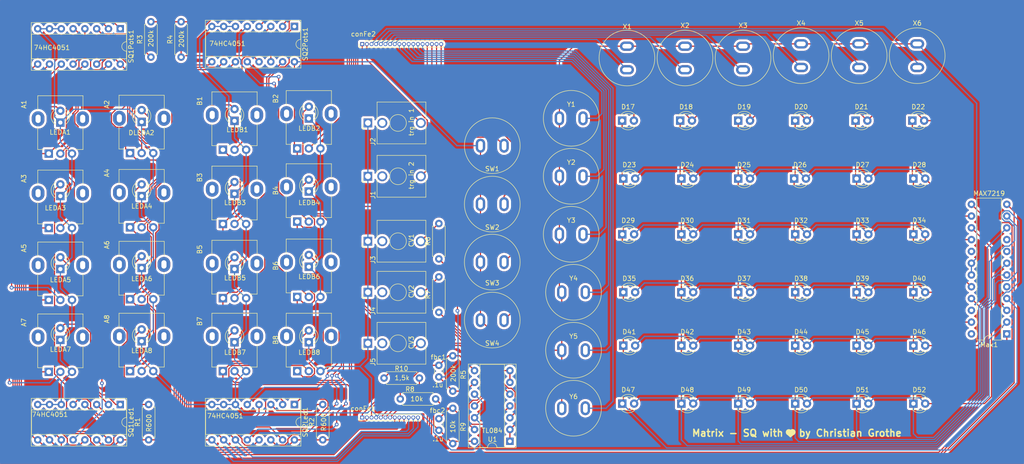
<source format=kicad_pcb>
(kicad_pcb (version 20211014) (generator pcbnew)
  (layers (0 "F.Cu" signal) (31 "B.Cu" signal) (34 "B.Paste" user) (35 "F.Paste" user) (36 "B.SilkS" user "B.Silkscreen") (37 "F.SilkS" user "F.Silkscreen") (38 "B.Mask" user) (39 "F.Mask" user) (44 "Edge.Cuts" user))
  (net 0 "")
  (footprint "LED_THT:LED_D3.0mm" (layer "F.Cu") (at 68.3 84.775 90)
    (fp_text reference "LEDA4")
    (fp_text value "LED")
  )
  (footprint "Potentiometer_THT:Potentiometer_Alpha_RD901F-40-00D_Single_Vertical" (layer "F.Cu") (at 48.3 122.65 90)
    (fp_text reference "A7")
    (fp_text value "Poti")
  )
  (footprint "LED_THT:LED_D3.0mm" (layer "F.Cu") (at 171.8 93)
    (fp_text reference "D29")
    (fp_text value "LED")
  )
  (footprint "LED_THT:LED_D3.0mm" (layer "F.Cu") (at 184.525 105.5)
    (fp_text reference "D36")
    (fp_text value "LED")
  )
  (footprint "Capacitor_THT:C_Disc_D3.0mm_W1.6mm_P2.50mm" (layer "F.Cu") (at 132.3 123.75 90)
    (fp_text reference "fbc1")
    (fp_text value ".1u")
  )
  (footprint "Package_DIP:DIP-16_W7.62mm_Socket" (layer "F.Cu") (at 63.7 129.7 -90)
    (fp_text reference "SQ1Led1")
    (fp_text value "74HC4051")
  )
  (footprint "LED_THT:LED_D3.0mm" (layer "F.Cu") (at 104.3 83.775 90)
    (fp_text reference "LEDB4")
    (fp_text value "LED")
  )
  (footprint "Potentiometer_THT:Potentiometer_Alpha_RD901F-40-00D_Single_Vertical" (layer "F.Cu") (at 65.8 91.5 90)
    (fp_text reference "A4")
    (fp_text value "Poti")
  )
  (footprint "krischomat:push_button" (layer "F.Cu") (at 160.8 93 180)
    (fp_text reference "Y3")
    (fp_text value "SW_Push")
  )
  (footprint "Resistor_THT:R_Axial_DIN0207_L6.3mm_D2.5mm_P7.62mm_Horizontal" (layer "F.Cu") (at 70.3 54.81 90)
    (fp_text reference "R3")
    (fp_text value "200k")
  )
  (footprint "Package_DIP:DIP-16_W7.62mm_Socket" (layer "F.Cu") (at 63.7 48.7 -90)
    (fp_text reference "SQ1Pots1")
    (fp_text value "74HC4051")
  )
  (footprint "LED_THT:LED_D3.0mm" (layer "F.Cu") (at 171.8 129.5)
    (fp_text reference "D47")
    (fp_text value "LED")
  )
  (footprint "LED_THT:LED_D3.0mm" (layer "F.Cu") (at 171.76 68.5)
    (fp_text reference "D17")
    (fp_text value "LED")
  )
  (footprint "LED_THT:LED_D3.0mm" (layer "F.Cu") (at 208.8 81)
    (fp_text reference "D26")
    (fp_text value "LED")
  )
  (footprint "krischomat:push_button" (layer "F.Cu") (at 172.8 55 -90)
    (fp_text reference "X1")
    (fp_text value "SW_Push")
  )
  (footprint "Potentiometer_THT:Potentiometer_Alpha_RD901F-40-00D_Single_Vertical" (layer "F.Cu") (at 85.8 122.5 90)
    (fp_text reference "B7")
    (fp_text value "Poti")
  )
  (footprint "krischomat:push_button" (layer "F.Cu") (at 185.3 55 -90)
    (fp_text reference "X2")
    (fp_text value "SW_Push")
  )
  (footprint "Potentiometer_THT:Potentiometer_Alpha_RD901F-40-00D_Single_Vertical" (layer "F.Cu") (at 48.3 107.15 90)
    (fp_text reference "A5")
    (fp_text value "Poti")
  )
  (footprint "Potentiometer_THT:Potentiometer_Alpha_RD901F-40-00D_Single_Vertical" (layer "F.Cu") (at 101.8 90.275 90)
    (fp_text reference "B4")
    (fp_text value "Poti")
  )
  (footprint "LED_THT:LED_D3.0mm" (layer "F.Cu") (at 184.525 117)
    (fp_text reference "D42")
    (fp_text value "LED")
  )
  (footprint "LED_THT:LED_D3.0mm" (layer "F.Cu") (at 196.76 81)
    (fp_text reference "D25")
    (fp_text value "LED")
  )
  (footprint "Package_DIP:DIP-14_W7.62mm_Socket" (layer "F.Cu") (at 147.6 137.625 180)
    (fp_text reference "U1")
    (fp_text value "TL084")
  )
  (footprint "Potentiometer_THT:Potentiometer_Alpha_RD901F-40-00D_Single_Vertical" (layer "F.Cu") (at 85.8 74.775 90)
    (fp_text reference "B1")
    (fp_text value "Poti")
  )
  (footprint "krischomat:push_button" (layer "F.Cu") (at 143.8 73.9)
    (fp_text reference "SW1")
    (fp_text value "SW_Push")
  )
  (footprint "LED_THT:LED_D3.0mm" (layer "F.Cu") (at 172.025 81)
    (fp_text reference "D23")
    (fp_text value "LED")
  )
  (footprint "Potentiometer_THT:Potentiometer_Alpha_RD901F-40-00D_Single_Vertical" (layer "F.Cu") (at 85.8 106.775 90)
    (fp_text reference "B5")
    (fp_text value "Poti")
  )
  (footprint "LED_THT:LED_D3.0mm" (layer "F.Cu") (at 222.025 68.5)
    (fp_text reference "D21")
    (fp_text value "LED")
  )
  (footprint "LED_THT:LED_D3.0mm" (layer "F.Cu") (at 88.3 100.5 90)
    (fp_text reference "LEDB5")
    (fp_text value "LED")
  )
  (footprint "Resistor_THT:R_Axial_DIN0207_L6.3mm_D2.5mm_P7.62mm_Horizontal" (layer "F.Cu") (at 135.3 130.5 -90)
    (fp_text reference "R9")
    (fp_text value "10k")
  )
  (footprint "Resistor_THT:R_Axial_DIN0207_L6.3mm_D2.5mm_P7.62mm_Horizontal" (layer "F.Cu") (at 128.11 124 180)
    (fp_text reference "R10")
    (fp_text value "1,5k")
  )
  (footprint "LED_THT:LED_D3.0mm" (layer "F.Cu") (at 234.485 105.5)
    (fp_text reference "D40")
    (fp_text value "LED")
  )
  (footprint "Package_DIP:DIP-16_W7.62mm_Socket" (layer "F.Cu") (at 101.2 129.7 -90)
    (fp_text reference "SQ2Led1")
    (fp_text value "74HC4051")
  )
  (footprint "LED_THT:LED_D3.0mm" (layer "F.Cu") (at 196.76 129.5)
    (fp_text reference "D49")
    (fp_text value "LED")
  )
  (footprint "Connector_Audio:Jack_3.5mm_QingPu_WQP-PJ398SM_Vertical_CircularHoles" (layer "F.Cu") (at 117.02 116.5 90)
    (fp_text reference "J5")
    (fp_text value "CV3")
  )
  (footprint "LED_THT:LED_D3.0mm" (layer "F.Cu") (at 88.3 116.275 90)
    (fp_text reference "LEDB7")
    (fp_text value "LED")
  )
  (footprint "Connector_Audio:Jack_3.5mm_QingPu_WQP-PJ398SM_Vertical_CircularHoles" (layer "F.Cu") (at 117.02 69 90)
    (fp_text reference "J2")
    (fp_text value "trg in 1")
  )
  (footprint "Resistor_THT:R_Axial_DIN0207_L6.3mm_D2.5mm_P7.62mm_Horizontal" (layer "F.Cu") (at 131.61 128.5 180)
    (fp_text reference "R8")
    (fp_text value "10k")
  )
  (footprint "LED_THT:LED_D3.0mm" (layer "F.Cu") (at 222.25 129.5)
    (fp_text reference "D51")
    (fp_text value "LED")
  )
  (footprint "Resistor_THT:R_Axial_DIN0207_L6.3mm_D2.5mm_P7.62mm_Horizontal" (layer "F.Cu") (at 135.3 126.81 90)
    (fp_text reference "R5")
    (fp_text value "200k")
  )
  (footprint "Connector_Audio:Jack_3.5mm_QingPu_WQP-PJ398SM_Vertical_CircularHoles" (layer "F.Cu") (at 117.02 80.5 90)
    (fp_text reference "J1")
    (fp_text value "trg in 2")
  )
  (footprint "LED_THT:LED_D3.0mm" (layer "F.Cu") (at 209.025 117)
    (fp_text reference "D44")
    (fp_text value "LED")
  )
  (footprint "krischomat:push_button" (layer "F.Cu") (at 143.8 111.5)
    (fp_text reference "SW4")
    (fp_text value "SW_Push")
  )
  (footprint "Connector_PinHeader_1.00mm:PinHeader_1x13_P1.00mm_Vertical" (layer "F.Cu") (at 115.8 132.5 90)
    (fp_text reference "conFe1")
    (fp_text value "Conn_01x13_Female")
  )
  (footprint "krischomat:push_button" (layer "F.Cu") (at 143.8 86.5)
    (fp_text reference "SW2")
    (fp_text value "SW_Push")
  )
  (footprint "LED_THT:LED_D3.0mm" (layer "F.Cu") (at 196.76 117)
    (fp_text reference "D43")
    (fp_text value "LED")
  )
  (footprint "LED_THT:LED_D3.0mm" (layer "F.Cu") (at 222.25 93)
    (fp_text reference "D33")
    (fp_text value "LED")
  )
  (footprint "Potentiometer_THT:Potentiometer_Alpha_RD901F-40-00D_Single_Vertical" (layer "F.Cu") (at 101.8 122.5 90)
    (fp_text reference "B8")
    (fp_text value "Poti")
  )
  (footprint "Potentiometer_THT:Potentiometer_Alpha_RD901F-40-00D_Single_Vertical" (layer "F.Cu") (at 101.8 106.5 90)
    (fp_text reference "B6")
    (fp_text value "Poti")
  )
  (footprint "LED_THT:LED_D3.0mm" (layer "F.Cu") (at 196.76 105.5)
    (fp_text reference "D37")
    (fp_text value "LED")
  )
  (footprint "Resistor_THT:R_Axial_DIN0207_L6.3mm_D2.5mm_P7.62mm_Horizontal" (layer "F.Cu") (at 132.3 98.31 90)
    (fp_text reference "R6")
    (fp_text value "1,5k")
  )
  (footprint "LED_THT:LED_D3.0mm" (layer "F.Cu") (at 222.25 117)
    (fp_text reference "D45")
    (fp_text value "LED")
  )
  (footprint "LED_THT:LED_D3.0mm" (layer "F.Cu") (at 68.3 116.05 90)
    (fp_text reference "LEDA8")
    (fp_text value "LED")
  )
  (footprint "LED_THT:LED_D3.0mm" (layer "F.Cu") (at 184.525 81)
    (fp_text reference "D24")
    (fp_text value "LED")
  )
  (footprint "Package_DIP:DIP-24_W7.62mm" (layer "F.Cu") (at 254.6 114.475 180)
    (fp_text reference "Max1")
    (fp_text value "MAX7219")
  )
  (footprint "krischomat:push_button" (layer "F.Cu") (at 222.8 54.5 -90)
    (fp_text reference "X5")
    (fp_text value "SW_Push")
  )
  (footprint "LED_THT:LED_D3.0mm" (layer "F.Cu") (at 88.3 68.55 90)
    (fp_text reference "LEDB1")
    (fp_text value "LED")
  )
  (footprint "LED_THT:LED_D3.0mm" (layer "F.Cu") (at 50.8 115.775 90)
    (fp_text reference "LEDA7")
    (fp_text value "LED")
  )
  (footprint "Potentiometer_THT:Potentiometer_Alpha_RD901F-40-00D_Single_Vertical" (layer "F.Cu") (at 101.8 74.5 90)
    (fp_text reference "B2")
    (fp_text value "Poti")
  )
  (footprint "LED_THT:LED_D3.0mm" (layer "F.Cu") (at 196.76 93)
    (fp_text reference "D31")
    (fp_text value "LED")
  )
  (footprint "LED_THT:LED_D3.0mm" (layer "F.Cu") (at 104.3 100 90)
    (fp_text reference "LEDB6")
    (fp_text value "LED")
  )
  (footprint "krischomat:push_button" (layer "F.Cu") (at 197.8 55 -90)
    (fp_text reference "X3")
    (fp_text value "SW_Push")
  )
  (footprint "LED_THT:LED_D3.0mm" (layer "F.Cu") (at 234.485 117)
    (fp_text reference "D46")
    (fp_text value "LED")
  )
  (footprint "Resistor_THT:R_Axial_DIN0207_L6.3mm_D2.5mm_P7.62mm_Horizontal" (layer "F.Cu") (at 76.8 54.81 90)
    (fp_text reference "R4")
    (fp_text value "200k")
  )
  (footprint "Potentiometer_THT:Potentiometer_Alpha_RD901F-40-00D_Single_Vertical" (layer "F.Cu") (at 48.3 91.64 90)
    (fp_text reference "A3")
    (fp_text value "Poti")
  )
  (footprint "LED_THT:LED_D3.0mm" (layer "F.Cu") (at 234.485 129.5)
    (fp_text reference "D52")
    (fp_text value "LED")
  )
  (footprint "LED_THT:LED_D3.0mm" (layer "F.Cu") (at 104.3 116.275 90)
    (fp_text reference "LEDB8")
    (fp_text value "LED")
  )
  (footprint "LED_THT:LED_D3.0mm" (layer "F.Cu") (at 104.3 68.04 90)
    (fp_text reference "LEDB2")
    (fp_text value "LED")
  )
  (footprint "Potentiometer_THT:Potentiometer_Alpha_RD901F-40-00D_Single_Vertical" (layer "F.Cu") (at 85.8 90.775 90)
    (fp_text reference "B3")
    (fp_text value "Poti")
  )
  (footprint "Connector_PinHeader_1.00mm:PinHeader_1x18_P1.00mm_Vertical" (layer "F.Cu") (at 115.8 52 90)
    (fp_text reference "conFe2")
    (fp_text value "Conn_01x18_Female")
  )
  (footprint "LED_THT:LED_D3.0mm" (layer "F.Cu") (at 209.025 105.5)
    (fp_text reference "D38")
    (fp_text value "LED")
  )
  (footprint "Package_DIP:DIP-16_W7.62mm_Socket" (layer "F.Cu") (at 101.2 48.2 -90)
    (fp_text reference "SQ2Pots1")
    (fp_text value "74HC4051")
  )
  (footprint "LED_THT:LED_D3.0mm" (layer "F.Cu") (at 234.485 93)
    (fp_text reference "D34")
    (fp_text value "LED")
  )
  (footprint "Potentiometer_THT:Potentiometer_Alpha_RD901F-40-00D_Single_Vertical" (layer "F.Cu") (at 65.8 75.5 90)
    (fp_text reference "A2")
    (fp_text value "Poti")
  )
  (footprint "LED_THT:LED_D3.0mm" (layer "F.Cu") (at 172.025 117)
    (fp_text reference "D41")
    (fp_text value "LED")
  )
  (footprint "krischomat:push_button" (layer "F.Cu") (at 143.8 99)
    (fp_text reference "SW3")
    (fp_text value "SW_Push")
  )
  (footprint "krischomat:push_button" (layer "F.Cu") (at 160.8 68 180)
    (fp_text reference "Y1")
    (fp_text value "SW_Push")
  )
  (footprint "LED_THT:LED_D3.0mm" (layer "F.Cu") (at 184.525 93)
    (fp_text reference "D30")
    (fp_text value "LED")
  )
  (footprint "LED_THT:LED_D3.0mm" (layer "F.Cu") (at 234.26 68.5)
    (fp_text reference "D22")
    (fp_text value "LED")
  )
  (footprint "Potentiometer_THT:Potentiometer_Alpha_RD901F-40-00D_Single_Vertical" (layer "F.Cu") (at 65.8 107 90)
    (fp_text reference "A6")
    (fp_text value "Poti")
  )
  (footprint "LED_THT:LED_D3.0mm" (layer "F.Cu") (at 196.76 68.5)
    (fp_text reference "D19")
    (fp_text value "LED")
  )
  (footprint "Capacitor_THT:C_Disc_D3.0mm_W1.6mm_P2.50mm" (layer "F.Cu") (at 132.3 132.75 -90)
    (fp_text reference "fbc2")
    (fp_text value ".1u")
  )
  (footprint "LED_THT:LED_D3.0mm" (layer "F.Cu") (at 68.3 100.275 90)
    (fp_text reference "LEDA6")
    (fp_text value "LED")
  )
  (footprint "LED_THT:LED_D3.0mm" (layer "F.Cu") (at 88.3 84.275 90)
    (fp_text reference "LEDB3")
    (fp_text value "LED")
  )
  (footprint "krischomat:push_button" (layer "F.Cu") (at 160.8 80.5 180)
    (fp_text reference "Y2")
    (fp_text value "SW_Push")
  )
  (footprint "LED_THT:LED_D3.0mm" (layer "F.Cu") (at 50.8 84.775 90)
    (fp_text reference "LEDA3")
    (fp_text value "LED")
  )
  (footprint "krischomat:push_button" (layer "F.Cu") (at 210.3 54.5 -90)
    (fp_text reference "X4")
    (fp_text value "SW_Push")
  )
  (footprint "LED_THT:LED_D3.0mm" (layer "F.Cu") (at 222.25 105.5)
    (fp_text reference "D39")
    (fp_text value "LED")
  )
  (footprint "krischomat:push_button" (layer "F.Cu") (at 235.3 54.5 -90)
    (fp_text reference "X6")
    (fp_text value "SW_Push")
  )
  (footprint "Potentiometer_THT:Potentiometer_Alpha_RD901F-40-00D_Single_Vertical" (layer "F.Cu") (at 65.8 122.5 90)
    (fp_text reference "A8")
    (fp_text value "Poti")
  )
  (footprint "LED_THT:LED_D3.0mm" (layer "F.Cu") (at 50.8 100.5 90)
    (fp_text reference "LEDA5")
    (fp_text value "LED")
  )
  (footprint "Resistor_THT:R_Axial_DIN0207_L6.3mm_D2.5mm_P7.62mm_Horizontal" (layer "F.Cu") (at 107.3 137.31 90)
    (property "Reference" "R1")
    (property "Value" "R600")
    (fp_text reference "R2")
    (fp_text value "R600")
  )
  (footprint "LED_THT:LED_D3.0mm" (layer "F.Cu") (at 209.025 129.5)
    (fp_text reference "D50")
    (fp_text value "LED")
  )
  (footprint "Connector_Audio:Jack_3.5mm_QingPu_WQP-PJ398SM_Vertical_CircularHoles" (layer "F.Cu") (at 117.02 94.5 90)
    (fp_text reference "J3")
    (fp_text value "CV1")
  )
  (footprint "Potentiometer_THT:Potentiometer_Alpha_RD901F-40-00D_Single_Vertical" (layer "F.Cu") (at 48.3 75.61 90)
    (fp_text reference "A1")
    (fp_text value "Poti")
  )
  (footprint "LED_THT:LED_D3.0mm" (layer "F.Cu") (at 209.025 93)
    (fp_text reference "D32")
    (fp_text value "LED")
  )
  (footprint "krischomat:push_button" (layer "F.Cu") (at 161.3 130.5 180)
    (fp_text reference "Y6")
    (fp_text value "SW_Push")
  )
  (footprint "LED_THT:LED_D3.0mm" (layer "F.Cu") (at 184.525 129.5)
    (fp_text reference "D48")
    (fp_text value "LED")
  )
  (footprint "Resistor_THT:R_Axial_DIN0207_L6.3mm_D2.5mm_P7.62mm_Horizontal" (layer "F.Cu") (at 69.8 137.31 90)
    (property "Reference" "R1")
    (property "Value" "R600")
    (fp_text reference "R1")
    (fp_text value "R600")
  )
  (footprint "LED_THT:LED_D3.0mm" (layer "F.Cu") (at 50.8 68.925 90)
    (fp_text reference "LEDA1")
    (fp_text value "LED")
  )
  (footprint "LED_THT:LED_D3.0mm" (layer "F.Cu") (at 209.025 68.5)
    (fp_text reference "D20")
    (fp_text value "LED")
  )
  (footprint "LED_THT:LED_D3.0mm" (layer "F.Cu") (at 68.3 68.775 90)
    (fp_text reference "DLEDA2")
    (fp_text value "LED")
  )
  (footprint "LED_THT:LED_D3.0mm" (layer "F.Cu") (at 184.26 68.5)
    (fp_text reference "D18")
    (fp_text value "LED")
  )
  (footprint "LED_THT:LED_D3.0mm" (layer "F.Cu") (at 234.485 81)
    (fp_text reference "D28")
    (fp_text value "LED")
  )
  (footprint "krischomat:push_button" (layer "F.Cu") (at 161.3 118 180)
    (fp_text reference "Y5")
    (fp_text value "SW_Push")
  )
  (footprint "Resistor_THT:R_Axial_DIN0207_L6.3mm_D2.5mm_P7.62mm_Horizontal" (layer "F.Cu") (at 132.3 109.81 90)
    (fp_text reference "R7")
    (fp_text value "1,5k")
  )
  (footprint "LED_THT:LED_D3.0mm" (layer "F.Cu") (at 222.25 81)
    (fp_text reference "D27")
    (fp_text value "LED")
  )
  (footprint "krischomat:push_button" (layer "F.Cu") (at 161.3 105.5 180)
    (fp_text reference "Y4")
    (fp_text value "SW_Push")
  )
  (footprint "Connector_Audio:Jack_3.5mm_QingPu_WQP-PJ398SM_Vertical_CircularHoles" (layer "F.Cu") (at 117.02 105.5 90)
    (fp_text reference "J4")
    (fp_text value "CV2")
  )
  (footprint "LED_THT:LED_D3.0mm" (layer "F.Cu") (at 172.025 105.5)
    (fp_text reference "D35")
    (fp_text value "LED")
  )
  (gr_circle (center 208.46 135.64) (end 208.46 136.24) (layer "F.SilkS") (width 0.1) (fill solid))
  (gr_poly (pts (xy 207.991666 136.749815) (xy 207.191666 136.049815) (xy 208.891666 136.049815)) (layer "F.SilkS") (width 0.1) (fill solid))
  (gr_circle (center 207.65 135.66) (end 207.65 136.26) (layer "F.SilkS") (width 0.1) (fill solid))
  (gr_text "Matrix - SQ with   by Christian Grothe" (at 209.39 135.85) (layer "F.SilkS") (effects (font (size 1.5 1.5) (thickness 0.3))))
  (segment (start 65.74952 69.94952) (end 69.19904 73.39904) (width 0.25) (layer "F.Cu") (net 0))
  (segment (start 53.8 81.864282) (end 53.8 88.64) (width 0.25) (layer "F.Cu") (net 0))
  (segment (start 171.76 68.5) (end 171.76 80.735) (width 0.25) (layer "F.Cu") (net 0))
  (segment (start 54.62 66.447729) (end 53.91548 67.152249) (width 0.25) (layer "F.Cu") (net 0))
  (segment (start 128.42 69) (end 115.8 56.38) (width 0.25) (layer "F.Cu") (net 0))
  (segment (start 144.51548 72.07548) (end 138.835481 72.07548) (width 0.25) (layer "F.Cu") (net 0))
  (segment (start 124.8 133.5) (end 124.8 132.5) (width 0.25) (layer "F.Cu") (net 0))
  (segment (start 208.8 92.775) (end 209.025 93) (width 0.25) (layer "F.Cu") (net 0))
  (segment (start 82.704988 120.376449) (end 78.89616 124.185277) (width 0.25) (layer "F.Cu") (net 0))
  (segment (start 119.8 132.5) (end 119.8 132.44003) (width 0.25) (layer "F.Cu") (net 0))
  (segment (start 61.16 56.32) (end 59.48 58) (width 0.25) (layer "F.Cu") (net 0))
  (segment (start 99.52 139) (end 80.028565 139) (width 0.25) (layer "F.Cu") (net 0))
  (segment (start 135.3 126.81) (end 138.095 126.81) (width 0.25) (layer "F.Cu") (net 0))
  (segment (start 158.26 80.5) (end 158.26 93) (width 0.25) (layer "F.Cu") (net 0))
  (segment (start 95.8 128) (end 97.8 128) (width 0.25) (layer "F.Cu") (net 0))
  (segment (start 131.8 63.768563) (end 139.207877 71.17644) (width 0.25) (layer "F.Cu") (net 0))
  (segment (start 146.34 84.76) (end 146.34 86.5) (width 0.25) (layer "F.Cu") (net 0))
  (segment (start 71.3 104.635718) (end 69.575489 106.360229) (width 0.25) (layer "F.Cu") (net 0))
  (segment (start 105.524511 121.99279) (end 105.524511 123.00721) (width 0.25) (layer "F.Cu") (net 0))
  (segment (start 69.575489 107.775489) (end 71.3 109.5) (width 0.25) (layer "F.Cu") (net 0))
  (segment (start 45.708565 56.32) (end 41.5524 60.476165) (width 0.25) (layer "F.Cu") (net 0))
  (segment (start 134.36 119.19) (end 135.3 119.19) (width 0.25) (layer "F.Cu") (net 0))
  (segment (start 82.74 56.5) (end 78.664283 56.5) (width 0.25) (layer "F.Cu") (net 0))
  (segment (start 65.989202 133.14952) (end 62.284511 136.854211) (width 0.25) (layer "F.Cu") (net 0))
  (segment (start 67.3 93) (end 65.8 91.5) (width 0.25) (layer "F.Cu") (net 0))
  (segment (start 119.8 132.44003) (end 122.24003 130) (width 0.25) (layer "F.Cu") (net 0))
  (segment (start 71.332894 127.62) (end 72.4 128.687106) (width 0.25) (layer "F.Cu") (net 0))
  (segment (start 57.3 55.47485) (end 56.82515 55) (width 0.25) (layer "F.Cu") (net 0))
  (segment (start 67.117859 108.317859) (end 65.8 107) (width 0.25) (layer "F.Cu") (net 0))
  (segment (start 114.838079 53.859491) (end 114.838079 86.038079) (width 0.25) (layer "F.Cu") (net 0))
  (segment (start 94.8 84.910717) (end 95.68437 84.026347) (width 0.25) (layer "F.Cu") (net 0))
  (segment (start 209.025 80.775) (end 208.8 81) (width 0.25) (layer "F.Cu") (net 0))
  (segment (start 57.802735 57.55048) (end 57.3 57.047745) (width 0.25) (layer "F.Cu") (net 0))
  (segment (start 184.525 93) (end 184.525 105.5) (width 0.25) (layer "F.Cu") (net 0))
  (segment (start 43.8 59.5) (end 42.45144 60.84856) (width 0.25) (layer "F.Cu") (net 0))
  (segment (start 222.025 68.5) (end 222.025 80.775) (width 0.25) (layer "F.Cu") (net 0))
  (segment (start 89.915489 137.785789) (end 90.6297 138.5) (width 0.25) (layer "F.Cu") (net 0))
  (segment (start 42.75096 122.65) (end 42.40096 123) (width 0.25) (layer "F.Cu") (net 0))
  (segment (start 85.8 93.5) (end 85.8 90.775) (width 0.25) (layer "F.Cu") (net 0))
  (segment (start 52.024511 75.021207) (end 52.024511 80.088793) (width 0.25) (layer "F.Cu") (net 0))
  (segment (start 48.46 137.32) (end 51.14 140) (width 0.25) (layer "F.Cu") (net 0))
  (segment (start 94.975489 49.324511) (end 89.8 54.5) (width 0.25) (layer "F.Cu") (net 0))
  (segment (start 72.4 128.687106) (end 72.4 131.43) (width 0.25) (layer "F.Cu") (net 0))
  (segment (start 111.079999 124.5) (end 113.04 122.539999) (width 0.25) (layer "F.Cu") (net 0))
  (segment (start 114.388559 54.045688) (end 105.202648 44.859779) (width 0.25) (layer "F.Cu") (net 0))
  (segment (start 76.64856 70.441408) (end 76.64856 133.666419) (width 0.25) (layer "F.Cu") (net 0))
  (segment (start 131.427606 140.89904) (end 240.308112 140.89904) (width 0.25) (layer "F.Cu") (net 0))
  (segment (start 197.8 52.46) (end 185.3 52.46) (width 0.25) (layer "F.Cu") (net 0))
  (segment (start 57.3 136.9497) (end 57.3 137.5903) (width 0.25) (layer "F.Cu") (net 0))
  (segment (start 95.23485 59.24515) (end 98.66 55.82) (width 0.25) (layer "F.Cu") (net 0))
  (segment (start 87.4 65.11) (end 77.19 65.11) (width 0.25) (layer "F.Cu") (net 0))
  (segment (start 234.485 105.5) (end 234.485 117) (width 0.25) (layer "F.Cu") (net 0))
  (segment (start 71.8 72.5) (end 73.3 74) (width 0.25) (layer "F.Cu") (net 0))
  (segment (start 61.625789 138.444511) (end 59.744511 138.444511) (width 0.25) (layer "F.Cu") (net 0))
  (segment (start 199.3 68.5) (end 201.8 66) (width 0.25) (layer "F.Cu") (net 0))
  (segment (start 71.574991 85.75298) (end 70.96596 85.143948) (width 0.25) (layer "F.Cu") (net 0))
  (segment (start 61.16 48.7) (end 59.46 47) (width 0.25) (layer "F.Cu") (net 0))
  (segment (start 249.8 129.5) (end 251.3 128) (width 0.25) (layer "F.Cu") (net 0))
  (segment (start 86.82 57.5) (end 78.935718 57.5) (width 0.25) (layer "F.Cu") (net 0))
  (segment (start 158.26 80.5) (end 158.26 68) (width 0.25) (layer "F.Cu") (net 0))
  (segment (start 239.8 105.5) (end 240.8 106.5) (width 0.25) (layer "F.Cu") (net 0))
  (segment (start 92.4 138.5) (end 93.58 137.32) (width 0.25) (layer "F.Cu") (net 0))
  (segment (start 56.82515 55) (end 55.495718 55) (width 0.25) (layer "F.Cu") (net 0))
  (segment (start 131.175489 134.125489) (end 132.3 135.25) (width 0.25) (layer "F.Cu") (net 0))
  (segment (start 101.2 137.32) (end 101.2 137.1) (width 0.25) (layer "F.Cu") (net 0))
  (segment (start 84.78 57) (end 78.8 57) (width 0.25) (layer "F.Cu") (net 0))
  (segment (start 68.3 73.135718) (end 68.3 75.5) (width 0.25) (layer "F.Cu") (net 0))
  (segment (start 234.485 117) (end 234.485 129.5) (width 0.25) (layer "F.Cu") (net 0))
  (segment (start 211.565 68.5) (end 214.065 66) (width 0.25) (layer "F.Cu") (net 0))
  (segment (start 123.29051 130.94952) (end 129.478084 130.94952) (width 0.25) (layer "F.Cu") (net 0))
  (segment (start 141.26 87) (end 140.76 86.5) (width 0.25) (layer "F.Cu") (net 0))
  (segment (start 75.3 60.5) (end 75.3 69.728565) (width 0.25) (layer "F.Cu") (net 0))
  (segment (start 101.2 137.1) (end 101.3 137) (width 0.25) (layer "F.Cu") (net 0))
  (segment (start 135.3 130.5) (end 139.885 135.085) (width 0.25) (layer "F.Cu") (net 0))
  (segment (start 198.3 66) (end 199.3 67) (width 0.25) (layer "F.Cu") (net 0))
  (segment (start 99.125789 138.444511) (end 97.244511 138.444511) (width 0.25) (layer "F.Cu") (net 0))
  (segment (start 64.023384 66.05548) (end 62.802249 66.05548) (width 0.25) (layer "F.Cu") (net 0))
  (segment (start 90.8 98.5) (end 85.8 93.5) (width 0.25) (layer "F.Cu") (net 0))
  (segment (start 122.8 133.5) (end 122.8 132.5) (width 0.25) (layer "F.Cu") (net 0))
  (segment (start 52.08 59.684282) (end 52.08 71.83) (width 0.25) (layer "F.Cu") (net 0))
  (segment (start 107.41548 117.768179) (end 107.41548 110.61548) (width 0.25) (layer "F.Cu") (net 0))
  (segment (start 256.174031 88.109031) (end 254.6 86.535) (width 0.25) (layer "F.Cu") (net 0))
  (segment (start 59.8 56) (end 59.8 57) (width 0.25) (layer "F.Cu") (net 0))
  (segment (start 144.125718 121) (end 134.8 111.674282) (width 0.25) (layer "F.Cu") (net 0))
  (segment (start 68.36 129.69) (end 66.55 131.5) (width 0.25) (layer "F.Cu") (net 0))
  (segment (start 96.021181 45.758819) (end 93.58 48.2) (width 0.25) (layer "F.Cu") (net 0))
  (segment (start 56.08 48.7) (end 56.08 50.34) (width 0.25) (layer "F.Cu") (net 0))
  (segment (start 147.6 135.085) (end 149.3 133.385) (width 0.25) (layer "F.Cu") (net 0))
  (segment (start 111.266196 124.94952) (end 113.48952 122.726196) (width 0.25) (layer "F.Cu") (net 0))
  (segment (start 133.61 130.5) (end 131.61 128.5) (width 0.25) (layer "F.Cu") (net 0))
  (segment (start 78.85048 134.55048) (end 95.89048 134.55048) (width 0.25) (layer "F.Cu") (net 0))
  (segment (start 85.8 109.5) (end 85.8 106.775) (width 0.25) (layer "F.Cu") (net 0))
  (segment (start 103.367859 104.932141) (end 104.463862 104.932141) (width 0.25) (layer "F.Cu") (net 0))
  (segment (start 71.41548 84.957751) (end 72.024511 85.566782) (width 0.25) (layer "F.Cu") (net 0))
  (segment (start 41.0524 132.117186) (end 41.0524 114.276744) (width 0.25) (layer "F.Cu") (net 0))
  (segment (start 222.8 51.96) (end 210.3 51.96) (width 0.25) (layer "F.Cu") (net 0))
  (segment (start 99.784511 137.785789) (end 99.125789 138.444511) (width 0.25) (layer "F.Cu") (net 0))
  (segment (start 53.54 129.7) (end 54.74 128.5) (width 0.25) (layer "F.Cu") (net 0))
  (segment (start 59.46 47) (end 42.3 47) (width 0.25) (layer "F.Cu") (net 0))
  (segment (start 85.96 55.82) (end 84.78 57) (width 0.25) (layer "F.Cu") (net 0))
  (segment (start 234.26 80.775) (end 234.485 81) (width 0.25) (layer "F.Cu") (net 0))
  (segment (start 52.08 71.83) (end 48.3 75.61) (width 0.25) (layer "F.Cu") (net 0))
  (segment (start 43.35048 77.92952) (end 45.67 75.61) (width 0.25) (layer "F.Cu") (net 0))
  (segment (start 132.3 121.25) (end 134.36 119.19) (width 0.25) (layer "F.Cu") (net 0))
  (segment (start 70.85048 104.44952) (end 70.85048 93.282201) (width 0.25) (layer "F.Cu") (net 0))
  (segment (start 209.025 105.5) (end 209.025 115.725) (width 0.25) (layer "F.Cu") (net 0))
  (segment (start 70.40096 93.60096) (end 69.8 93) (width 0.25) (layer "F.Cu") (net 0))
  (segment (start 115.8 56.38) (end 115.8 52) (width 0.25) (layer "F.Cu") (net 0))
  (segment (start 120.8 132.5) (end 120.8 132.44003) (width 0.25) (layer "F.Cu") (net 0))
  (segment (start 70.85048 93.282201) (end 69.575489 92.00721) (width 0.25) (layer "F.Cu") (net 0))
  (segment (start 78.89616 124.185277) (end 78.89616 132.689006) (width 0.25) (layer "F.Cu") (net 0))
  (segment (start 57.28452 125.82452) (end 61.16 129.7) (width 0.25) (layer "F.Cu") (net 0))
  (segment (start 76.19904 133.89904) (end 78.24952 135.94952) (width 0.25) (layer "F.Cu") (net 0))
  (segment (start 106.11 129.69) (end 104.8 131) (width 0.25) (layer "F.Cu") (net 0))
  (segment (start 78.984282 137.32) (end 83.42 137.32) (width 0.25) (layer "F.Cu") (net 0))
  (segment (start 99.784511 137.1297) (end 99.784511 137.785789) (width 0.25) (layer "F.Cu") (net 0))
  (segment (start 234.3 66) (end 236.8 68.5) (width 0.25) (layer "F.Cu") (net 0))
  (segment (start 196.76 81) (end 196.76 93) (width 0.25) (layer "F.Cu") (net 0))
  (segment (start 103.024511 123.724511) (end 101.8 122.5) (width 0.25) (layer "F.Cu") (net 0))
  (segment (start 39.8 114.257709) (end 39.8 124.92162) (width 0.25) (layer "F.Cu") (net 0))
  (segment (start 62.38 55) (end 60.8 55) (width 0.25) (layer "F.Cu") (net 0))
  (segment (start 58.62 48.7) (end 59.744511 49.824511) (width 0.25) (layer "F.Cu") (net 0))
  (segment (start 50.8 113.235) (end 51.655 112.38) (width 0.25) (layer "F.Cu") (net 0))
  (segment (start 119.486198 111.55048) (end 114.38856 106.452842) (width 0.25) (layer "F.Cu") (net 0))
  (segment (start 79.036678 134.10096) (end 104.47934 134.10096) (width 0.25) (layer "F.Cu") (net 0))
  (segment (start 43.35048 108.40952) (end 44.61 107.15) (width 0.25) (layer "F.Cu") (net 0))
  (segment (start 139.394075 70.72692) (end 146.811508 70.72692) (width 0.25) (layer "F.Cu") (net 0))
  (segment (start 59.8 57) (end 59.24952 57.55048) (width 0.25) (layer "F.Cu") (net 0))
  (segment (start 72.4 131.43) (end 71.13 132.7) (width 0.25) (layer "F.Cu") (net 0))
  (segment (start 129.826929 139.298364) (end 131.427606 140.89904) (width 0.25) (layer "F.Cu") (net 0))
  (segment (start 101.3 110) (end 86.3 110) (width 0.25) (layer "F.Cu") (net 0))
  (segment (start 133.218564 112) (end 119.3 112) (width 0.25) (layer "F.Cu") (net 0))
  (segment (start 111.761827 92.869389) (end 107.493407 88.600969) (width 0.25) (layer "F.Cu") (net 0))
  (segment (start 89.8 54.5) (end 77.8 54.5) (width 0.25) (layer "F.Cu") (net 0))
  (segment (start 110.8 103.96) (end 104.3 97.46) (width 0.25) (layer "F.Cu") (net 0))
  (segment (start 64.575489 113.433218) (end 64.575489 101.459511) (width 0.25) (layer "F.Cu") (net 0))
  (segment (start 41.95144 114.649138) (end 41.95144 131.74479) (width 0.25) (layer "F.Cu") (net 0))
  (segment (start 84.348006 44.410259) (end 105.388847 44.410259) (width 0.25) (layer "F.Cu") (net 0))
  (segment (start 94.8 100.275) (end 94.8 84.910717) (width 0.25) (layer "F.Cu") (net 0))
  (segment (start 54.17048 72.23952) (end 54.17048 69.958469) (width 0.25) (layer "F.Cu") (net 0))
  (segment (start 54.955489 138.444511) (end 56.08 137.32) (width 0.25) (layer "F.Cu") (net 0))
  (segment (start 96.12 52.644282) (end 96.12 55.82) (width 0.25) (layer "F.Cu") (net 0))
  (segment (start 106.8 110) (end 102.3 110) (width 0.25) (layer "F.Cu") (net 0))
  (segment (start 141.26 111.5) (end 147.76 118) (width 0.25) (layer "F.Cu") (net 0))
  (segment (start 88.3 90.775) (end 95.23485 83.84015) (width 0.25) (layer "F.Cu") (net 0))
  (segment (start 104.463862 104.932141) (end 105.524511 105.99279) (width 0.25) (layer "F.Cu") (net 0))
  (segment (start 65.8 122.5) (end 70.85048 117.44952) (width 0.25) (layer "F.Cu") (net 0))
  (segment (start 239.935717 140) (end 254.6 125.335717) (width 0.25) (layer "F.Cu") (net 0))
  (segment (start 64.85048 70.55048) (end 64.85048 74.55048) (width 0.25) (layer "F.Cu") (net 0))
  (segment (start 135.795 137.625) (end 135.3 138.12) (width 0.25) (layer "F.Cu") (net 0))
  (segment (start 113.19904 126) (end 113.19904 135.10096) (width 0.25) (layer "F.Cu") (net 0))
  (segment (start 89.915489 137.115489) (end 89.915489 137.785789) (width 0.25) (layer "F.Cu") (net 0))
  (segment (start 144.875 122.385) (end 132.3 109.81) (width 0.25) (layer "F.Cu") (net 0))
  (segment (start 112.3 129.5) (end 110.3 131.5) (width 0.25) (layer "F.Cu") (net 0))
  (segment (start 115.121916 134.44952) (end 122.85048 134.44952) (width 0.25) (layer "F.Cu") (net 0))
  (segment (start 57.73404 125.638322) (end 59.715718 127.62) (width 0.25) (layer "F.Cu") (net 0))
  (segment (start 57.3 57.047745) (end 57.3 55.47485) (width 0.25) (layer "F.Cu") (net 0))
  (segment (start 76.64856 133.666419) (end 78.482141 135.5) (width 0.25) (layer "F.Cu") (net 0))
  (segment (start 65.18452 115.989762) (end 65.18452 114.042249) (width 0.25) (layer "F.Cu") (net 0))
  (segment (start 196.76 68.5) (end 196.76 81) (width 0.25) (layer "F.Cu") (net 0))
  (segment (start 97.8 59.04) (end 97.8 83.775) (width 0.25) (layer "F.Cu") (net 0))
  (segment (start 46.58952 135.44952) (end 44.384734 135.44952) (width 0.25) (layer "F.Cu") (net 0))
  (segment (start 132.3 132.75) (end 134.55 130.5) (width 0.25) (layer "F.Cu") (net 0))
  (segment (start 107.29 137.32) (end 107.3 137.31) (width 0.25) (layer "F.Cu") (net 0))
  (segment (start 57.3 137.5903) (end 58.76018 139.05048) (width 0.25) (layer "F.Cu") (net 0))
  (segment (start 136.3 89) (end 136.3 109.5) (width 0.25) (layer "F.Cu") (net 0))
  (segment (start 139.021678 71.62596) (end 146.439114 71.62596) (width 0.25) (layer "F.Cu") (net 0))
  (segment (start 78.24952 135.94952) (end 84.58952 135.94952) (width 0.25) (layer "F.Cu") (net 0))
  (segment (start 241.8 85.775) (end 241.8 92) (width 0.25) (layer "F.Cu") (net 0))
  (segment (start 99.125789 56.944511) (end 100.075489 55.994811) (width 0.25) (layer "F.Cu") (net 0))
  (segment (start 53.297471 135.497471) (end 59.337471 135.497471) (width 0.25) (layer "F.Cu") (net 0))
  (segment (start 234.485 93) (end 234.485 105.5) (width 0.25) (layer "F.Cu") (net 0))
  (segment (start 105.202648 44.859779) (end 84.534203 44.859779) (width 0.25) (layer "F.Cu") (net 0))
  (segment (start 53.804283 48.7) (end 53.54 48.7) (width 0.25) (layer "F.Cu") (net 0))
  (segment (start 214.065 66) (end 222.065 66) (width 0.25) (layer "F.Cu") (net 0))
  (segment (start 143.644511 133.960489) (end 147.6 130.005) (width 0.25) (layer "F.Cu") (net 0))
  (segment (start 71.95048 128.873304) (end 71.146696 128.06952) (width 0.25) (layer "F.Cu") (net 0))
  (segment (start 139.885 135.085) (end 139.98 135.085) (width 0.25) (layer "F.Cu") (net 0))
  (segment (start 50.8 82.235) (end 49.54 83.495) (width 0.25) (layer "F.Cu") (net 0))
  (segment (start 186.8 68.5) (end 189.3 66) (width 0.25) (layer "F.Cu") (net 0))
  (segment (start 40.3 104.5) (end 40.3 48.364283) (width 0.25) (layer "F.Cu") (net 0))
  (segment (start 70.675951 86.125374) (end 70.06692 85.516342) (width 0.25) (layer "F.Cu") (net 0))
  (segment (start 129.2697 121.25) (end 132.3 121.25) (width 0.25) (layer "F.Cu") (net 0))
  (segment (start 40.60288 114.090547) (end 40.60288 132.303384) (width 0.25) (layer "F.Cu") (net 0))
  (segment (start 147.925254 126.199954) (end 147.284654 126.199954) (width 0.25) (layer "F.Cu") (net 0))
  (segment (start 210.3 51.96) (end 198.3 51.96) (width 0.25) (layer "F.Cu") (net 0))
  (segment (start 123.99 128.5) (end 123.99 126.5297) (width 0.25) (layer "F.Cu") (net 0))
  (segment (start 172.025 81) (end 172.025 92.775) (width 0.25) (layer "F.Cu") (net 0))
  (segment (start 61.73886 52.76856) (end 65.3 56.3297) (width 0.25) (layer "F.Cu") (net 0))
  (segment (start 138.8 133.364282) (end 139.396207 133.960489) (width 0.25) (layer "F.Cu") (net 0))
  (segment (start 105.388847 44.410259) (end 114.838079 53.859491) (width 0.25) (layer "F.Cu") (net 0))
  (segment (start 138.8 129.5947) (end 138.8 133.364282) (width 0.25) (layer "F.Cu") (net 0))
  (segment (start 109.296058 123.477395) (end 111.312307 121.461146) (width 0.25) (layer "F.Cu") (net 0))
  (segment (start 115.207154 135) (end 109.707154 140.5) (width 0.25) (layer "F.Cu") (net 0))
  (segment (start 65.8 107) (end 70.40096 102.39904) (width 0.25) (layer "F.Cu") (net 0))
  (segment (start 64.125969 123.910708) (end 64.125969 117.048314) (width 0.25) (layer "F.Cu") (net 0))
  (segment (start 94.995489 49.324511) (end 94.975489 49.324511) (width 0.25) (layer "F.Cu") (net 0))
  (segment (start 71.613802 72.94952) (end 69.385238 72.94952) (width 0.25) (layer "F.Cu") (net 0))
  (segment (start 90.574211 54.695489) (end 92.455489 54.695489) (width 0.25) (layer "F.Cu") (net 0))
  (segment (start 111.312307 121.461146) (end 111.312307 93.055586) (width 0.25) (layer "F.Cu") (net 0))
  (segment (start 78.446641 123.588359) (end 78.446641 132.875205) (width 0.25) (layer "F.Cu") (net 0))
  (segment (start 97.8 83.775) (end 104.3 90.275) (width 0.25) (layer "F.Cu") (net 0))
  (segment (start 222.025 80.775) (end 222.25 81) (width 0.25) (layer "F.Cu") (net 0))
  (segment (start 62.297452 51.42) (end 66.8 55.922548) (width 0.25) (layer "F.Cu") (net 0))
  (segment (start 95.68437 59.431348) (end 98.171207 56.944511) (width 0.25) (layer "F.Cu") (net 0))
  (segment (start 53.91548 67.152249) (end 53.91548 69.067751) (width 0.25) (layer "F.Cu") (net 0))
  (segment (start 243.3 87) (end 245.375 89.075) (width 0.25) (layer "F.Cu") (net 0))
  (segment (start 60.89144 52.76856) (end 61.73886 52.76856) (width 0.25) (layer "F.Cu") (net 0))
  (segment (start 145.84 98.5) (end 146.34 99) (width 0.25) (layer "F.Cu") (net 0))
  (segment (start 143.3 126.685) (end 139.98 130.005) (width 0.25) (layer "F.Cu") (net 0))
  (segment (start 90.6297 138.5) (end 92.4 138.5) (width 0.25) (layer "F.Cu") (net 0))
  (segment (start 42.3 47) (end 41.10288 48.19712) (width 0.25) (layer "F.Cu") (net 0))
  (segment (start 196.76 105.5) (end 196.76 117) (width 0.25) (layer "F.Cu") (net 0))
  (segment (start 43.613803 59.05048) (end 45.72952 59.05048) (width 0.25) (layer "F.Cu") (net 0))
  (segment (start 132.8 52) (end 132.8 64.132846) (width 0.25) (layer "F.Cu") (net 0))
  (segment (start 70.40096 102.39904) (end 70.40096 93.60096) (width 0.25) (layer "F.Cu") (net 0))
  (segment (start 97.075489 60.775489) (end 96.8 60.5) (width 0.25) (layer "F.Cu") (net 0))
  (segment (start 184.26 80.735) (end 184.525 81) (width 0.25) (layer "F.Cu") (net 0))
  (segment (start 81.568264 47.19) (end 84.348006 44.410259) (width 0.25) (layer "F.Cu") (net 0))
  (segment (start 58.76018 139.05048) (end 61.96952 139.05048) (width 0.25) (layer "F.Cu") (net 0))
  (segment (start 64.24452 69.94452) (end 64.85048 70.55048) (width 0.25) (layer "F.Cu") (net 0))
  (segment (start 68.3 107) (end 70.85048 104.44952) (width 0.25) (layer "F.Cu") (net 0))
  (segment (start 86.69904 125.39904) (end 112.59808 125.39904) (width 0.25) (layer "F.Cu") (net 0))
  (segment (start 100.075489 49.324511) (end 101.2 48.2) (width 0.25) (layer "F.Cu") (net 0))
  (segment (start 129.478084 130.94952) (end 129.826929 131.298365) (width 0.25) (layer "F.Cu") (net 0))
  (segment (start 139.620059 128.774641) (end 138.8 129.5947) (width 0.25) (layer "F.Cu") (net 0))
  (segment (start 250.935489 90.490489) (end 246.98 86.535) (width 0.25) (layer "F.Cu") (net 0))
  (segment (start 53.91548 69.067751) (end 54.62 69.772271) (width 0.25) (layer "F.Cu") (net 0))
  (segment (start 138.095 126.81) (end 139.98 124.925) (width 0.25) (layer "F.Cu") (net 0))
  (segment (start 64.575489 117.234511) (end 64.575489 123.724511) (width 0.25) (layer "F.Cu") (net 0))
  (segment (start 65.18452 114.042249) (end 64.575489 113.433218) (width 0.25) (layer "F.Cu") (net 0))
  (segment (start 172.8 52.46) (end 161.34 52.46) (width 0.25) (layer "F.Cu") (net 0))
  (segment (start 147.6 124.925) (end 147.6 122.385) (width 0.25) (layer "F.Cu") (net 0))
  (segment (start 147.76 118) (end 158.76 118) (width 0.25) (layer "F.Cu") (net 0))
  (segment (start 112.59048 66.20952) (end 112.59048 54.79048) (width 0.25) (layer "F.Cu") (net 0))
  (segment (start 103.3 108) (end 101.8 106.5) (width 0.25) (layer "F.Cu") (net 0))
  (segment (start 43.35048 113.885814) (end 43.35048 108.40952) (width 0.25) (layer "F.Cu") (net 0))
  (segment (start 104.47934 134.10096) (end 108.424511 130.155789) (width 0.25) (layer "F.Cu") (net 0))
  (segment (start 117.8 130.460718) (end 131.311198 116.94952) (width 0.25) (layer "F.Cu") (net 0))
  (segment (start 102.334511 128.565489) (end 101.2 129.7) (width 0.25) (layer "F.Cu") (net 0))
  (segment (start 98.66 47.85526) (end 98.66 48.2) (width 0.25) (layer "F.Cu") (net 0))
  (segment (start 104.3 122.5) (end 103.075489 121.275489) (width 0.25) (layer "F.Cu") (net 0))
  (segment (start 240.308112 140.89904) (end 256.174031 125.033121) (width 0.25) (layer "F.Cu") (net 0))
  (segment (start 69.385238 72.94952) (end 66.3 69.864282) (width 0.25) (layer "F.Cu") (net 0))
  (segment (start 69.8 129.69) (end 68.36 129.69) (width 0.25) (layer "F.Cu") (net 0))
  (segment (start 57.54096 52.31904) (end 61.925058 52.31904) (width 0.25) (layer "F.Cu") (net 0))
  (segment (start 62.802249 66.05548) (end 61.81548 67.042249) (width 0.25) (layer "F.Cu") (net 0))
  (segment (start 139.207877 71.17644) (end 146.625311 71.17644) (width 0.25) (layer "F.Cu") (net 0))
  (segment (start 86.3 110) (end 85.8 109.5) (width 0.25) (layer "F.Cu") (net 0))
  (segment (start 130.725969 138.925969) (end 131.8 140) (width 0.25) (layer "F.Cu") (net 0))
  (segment (start 139.98 137.625) (end 135.795 137.625) (width 0.25) (layer "F.Cu") (net 0))
  (segment (start 148.724511 131.420489) (end 148.724511 126.999211) (width 0.25) (layer "F.Cu") (net 0))
  (segment (start 103.024511 91.499511) (end 105.300489 91.499511) (width 0.25) (layer "F.Cu") (net 0))
  (segment (start 109.571436 140) (end 115.121916 134.44952) (width 0.25) (layer "F.Cu") (net 0))
  (segment (start 172.025 105.5) (end 172.025 117) (width 0.25) (layer "F.Cu") (net 0))
  (segment (start 42.90096 113.699617) (end 41.95144 114.649138) (width 0.25) (layer "F.Cu") (net 0))
  (segment (start 71.125471 88.674529) (end 68.3 91.5) (width 0.25) (layer "F.Cu") (net 0))
  (segment (start 158.26 55.54) (end 158.26 68) (width 0.25) (layer "F.Cu") (net 0))
  (segment (start 119.3 112) (end 113.93904 106.63904) (width 0.25) (layer "F.Cu") (net 0))
  (segment (start 97.658551 120.376449) (end 82.704988 120.376449) (width 0.25) (layer "F.Cu") (net 0))
  (segment (start 240.8 110) (end 242.735 111.935) (width 0.25) (layer "F.Cu") (net 0))
  (segment (start 41.10288 112.954829) (end 39.8 114.257709) (width 0.25) (layer "F.Cu") (net 0))
  (segment (start 102.24952 85.857081) (end 102.24952 76.499502) (width 0.25) (layer "F.Cu") (net 0))
  (segment (start 112.59048 54.79048) (end 104.457859 46.657859) (width 0.25) (layer "F.Cu") (net 0))
  (segment (start 59.744511 55.195489) (end 59.744511 53.915489) (width 0.25) (layer "F.Cu") (net 0))
  (segment (start 132.8 64.132846) (end 139.394075 70.72692) (width 0.25) (layer "F.Cu") (net 0))
  (segment (start 101.8 90.275) (end 101.8 103.364282) (width 0.25) (layer "F.Cu") (net 0))
  (segment (start 129.809511 68.424445) (end 116.8 55.414934) (width 0.25) (layer "F.Cu") (net 0))
  (segment (start 97.8 128) (end 98.66 128.86) (width 0.25) (layer "F.Cu") (net 0))
  (segment (start 161.34 52.46) (end 158.26 55.54) (width 0.25) (layer "F.Cu") (net 0))
  (segment (start 87.474031 120.825969) (end 104.35769 120.825969) (width 0.25) (layer "F.Cu") (net 0))
  (segment (start 72.40096 74.372396) (end 72.40096 80.785333) (width 0.25) (layer "F.Cu") (net 0))
  (segment (start 51.14 140) (end 109.571436 140) (width 0.25) (layer "F.Cu") (net 0))
  (segment (start 110.8 120.5) (end 110.8 103.96) (width 0.25) (layer "F.Cu") (net 0))
  (segment (start 44.75713 134.55048) (end 49.82078 134.55048) (width 0.25) (layer "F.Cu") (net 0))
  (segment (start 73.3 81.157729) (end 71.41548 83.042249) (width 0.25) (layer "F.Cu") (net 0))
  (segment (start 53.46596 66.966051) (end 54.17048 66.261531) (width 0.25) (layer "F.Cu") (net 0))
  (segment (start 65.8 91.5) (end 67.117858 90.182142) (width 0.25) (layer "F.Cu") (net 0))
  (segment (start 69.575978 72.5) (end 71.8 72.5) (width 0.25) (layer "F.Cu") (net 0))
  (segment (start 157.76 81) (end 158.26 80.5) (width 0.25) (layer "F.Cu") (net 0))
  (segment (start 52.124511 125.706232) (end 52.124511 134.324511) (width 0.25) (layer "F.Cu") (net 0))
  (segment (start 77.547601 133.247601) (end 78.85048 134.55048) (width 0.25) (layer "F.Cu") (net 0))
  (segment (start 94.995489 128.804511) (end 95.8 128) (width 0.25) (layer "F.Cu") (net 0))
  (segment (start 48.3 122.65) (end 42.75096 122.65) (width 0.25) (layer "F.Cu") (net 0))
  (segment (start 110.3 129.5) (end 103.604511 136.195489) (width 0.25) (layer "F.Cu") (net 0))
  (segment (start 132.3 102.19) (end 128.99 105.5) (width 0.25) (layer "F.Cu") (net 0))
  (segment (start 140.574641 128.774641) (end 139.620059 128.774641) (width 0.25) (layer "F.Cu") (net 0))
  (segment (start 69.575489 106.360229) (end 69.575489 107.775489) (width 0.25) (layer "F.Cu") (net 0))
  (segment (start 116.549511 133.249511) (end 115.050489 133.249511) (width 0.25) (layer "F.Cu") (net 0))
  (segment (start 61.96952 139.05048) (end 63.7 137.32) (width 0.25) (layer "F.Cu") (net 0))
  (segment (start 45.72952 59.05048) (end 48.46 56.32) (width 0.25) (layer "F.Cu") (net 0))
  (segment (start 77.09808 70.255211) (end 77.09808 133.480221) (width 0.25) (layer "F.Cu") (net 0))
  (segment (start 254.6 125.335717) (end 254.6 114.475) (width 0.25) (layer "F.Cu") (net 0))
  (segment (start 129.8 130) (end 130.725969 130.925969) (width 0.25) (layer "F.Cu") (net 0))
  (segment (start 49.54 83.495) (end 49.54 123.121721) (width 0.25) (layer "F.Cu") (net 0))
  (segment (start 149.3 122) (end 148.3 121) (width 0.25) (layer "F.Cu") (net 0))
  (segment (start 59.24952 57.55048) (end 57.802735 57.55048) (width 0.25) (layer "F.Cu") (net 0))
  (segment (start 76.8 53.2297) (end 76.8 54.81) (width 0.25) (layer "F.Cu") (net 0))
  (segment (start 54.8 55.695718) (end 54.8 56.964282) (width 0.25) (layer "F.Cu") (net 0))
  (segment (start 175.8 65.5) (end 183.8 65.5) (width 0.25) (layer "F.Cu") (net 0))
  (segment (start 209.025 115.725) (end 209.025 129.5) (width 0.25) (layer "F.Cu") (net 0))
  (segment (start 84.58952 135.94952) (end 85.96 137.32) (width 0.25) (layer "F.Cu") (net 0))
  (segment (start 236.8 68.5) (end 239.3 68.5) (width 0.25) (layer "F.Cu") (net 0))
  (segment (start 227.065 66) (end 234.3 66) (width 0.25) (layer "F.Cu") (net 0))
  (segment (start 56.054991 58) (end 54.62 59.434991) (width 0.25) (layer "F.Cu") (net 0))
  (segment (start 113.04 122.539999) (end 113.04 54.604282) (width 0.25) (layer "F.Cu") (net 0))
  (segment (start 134.3 87) (end 136.3 89) (width 0.25) (layer "F.Cu") (net 0))
  (segment (start 127.99 116.5) (end 128.42 116.5) (width 0.25) (layer "F.Cu") (net 0))
  (segment (start 56.297291 135.946991) (end 57.3 136.9497) (width 0.25) (layer "F.Cu") (net 0))
  (segment (start 222.25 81) (end 222.25 93) (width 0.25) (layer "F.Cu") (net 0))
  (segment (start 70.06692 85.516342) (end 70.06692 82.483655) (width 0.25) (layer "F.Cu") (net 0))
  (segment (start 58.18356 92.35144) (end 58.18356 122.54) (width 0.25) (layer "F.Cu") (net 0))
  (segment (start 240.121915 140.44952) (end 255.724511 124.846924) (width 0.25) (layer "F.Cu") (net 0))
  (segment (start 107.30721 89.050489) (end 105.442928 89.050489) (width 0.25) (layer "F.Cu") (net 0))
  (segment (start 115.8 132.5) (end 115.8 131.825) (width 0.25) (layer "F.Cu") (net 0))
  (segment (start 78.8 57) (end 75.3 60.5) (width 0.25) (layer "F.Cu") (net 0))
  (segment (start 116.8 55.414934) (end 116.8 52) (width 0.25) (layer "F.Cu") (net 0))
  (segment (start 70.3 47.19) (end 76.8 47.19) (width 0.25) (layer "F.Cu") (net 0))
  (segment (start 92.455489 54.695489) (end 93.58 55.82) (width 0.25) (layer "F.Cu") (net 0))
  (segment (start 143.3 122.717154) (end 143.3 126.685) (width 0.25) (layer "F.Cu") (net 0))
  (segment (start 105.629126 88.600969) (end 102.69904 85.670883) (width 0.25) (layer "F.Cu") (net 0))
  (segment (start 128.99 105.5) (end 128.42 105.5) (width 0.25) (layer "F.Cu") (net 0))
  (segment (start 108.3 123.560308) (end 108.3 123) (width 0.25) (layer "F.Cu") (net 0))
  (segment (start 76.3 66) (end 76.3 69.45713) (width 0.25) (layer "F.Cu") (net 0))
  (segment (start 130.8 52) (end 130.8 63.404282) (width 0.25) (layer "F.Cu") (net 0))
  (segment (start 88.3 106.775) (end 94.8 100.275) (width 0.25) (layer "F.Cu") (net 0))
  (segment (start 83.42 55.82) (end 82.74 56.5) (width 0.25) (layer "F.Cu") (net 0))
  (segment (start 113.04 54.604282) (end 104.644057 46.208339) (width 0.25) (layer "F.Cu") (net 0))
  (segment (start 42.40096 114.835335) (end 43.35048 113.885814) (width 0.25) (layer "F.Cu") (net 0))
  (segment (start 73.3 74) (end 73.3 81.157729) (width 0.25) (layer "F.Cu") (net 0))
  (segment (start 69.575489 92.00721) (end 69.575489 90.860228) (width 0.25) (layer "F.Cu") (net 0))
  (segment (start 94.995489 131.483233) (end 94.995489 128.804511) (width 0.25) (layer "F.Cu") (net 0))
  (segment (start 78.482141 135.5) (end 86.68 135.5) (width 0.25) (layer "F.Cu") (net 0))
  (segment (start 239.3 68.5) (end 243.3 72.5) (width 0.25) (layer "F.Cu") (net 0))
  (segment (start 44.570933 135) (end 48.68 135) (width 0.25) (layer "F.Cu") (net 0))
  (segment (start 54.74 128.5) (end 56.4703 128.5) (width 0.25) (layer "F.Cu") (net 0))
  (segment (start 62.284511 136.854211) (end 62.284511 137.785789) (width 0.25) (layer "F.Cu") (net 0))
  (segment (start 131.125 116.5) (end 137.082846 116.5) (width 0.25) (layer "F.Cu") (net 0))
  (segment (start 143.97596 122.757395) (end 133.218564 112) (width 0.25) (layer "F.Cu") (net 0))
  (segment (start 105.524511 105.99279) (end 105.524511 107.275489) (width 0.25) (layer "F.Cu") (net 0))
  (segment (start 42.40096 131.558592) (end 44.943328 134.10096) (width 0.25) (layer "F.Cu") (net 0))
  (segment (start 88.3 97.96) (end 77.997121 108.262879) (width 0.25) (layer "F.Cu") (net 0))
  (segment (start 41.50192 131.930988) (end 44.570933 135) (width 0.25) (layer "F.Cu") (net 0))
  (segment (start 42.00192 113.327223) (end 42.00192 60.662363) (width 0.25) (layer "F.Cu") (net 0))
  (segment (start 237.025 81) (end 241.8 85.775) (width 0.25) (layer "F.Cu") (net 0))
  (segment (start 74.8 69.864283) (end 75.74952 70.813803) (width 0.25) (layer "F.Cu") (net 0))
  (segment (start 50.8 97.96) (end 57.73404 104.89404) (width 0.25) (layer "F.Cu") (net 0))
  (segment (start 134.55 130.5) (end 135.3 130.5) (width 0.25) (layer "F.Cu") (net 0))
  (segment (start 59.08 132.7) (end 56.08 129.7) (width 0.25) (layer "F.Cu") (net 0))
  (segment (start 189.3 66) (end 198.3 66) (width 0.25) (layer "F.Cu") (net 0))
  (segment (start 40.60288 132.303384) (end 45.619496 137.32) (width 0.25) (layer "F.Cu") (net 0))
  (segment (start 147.6 137.625) (end 147.6 135.085) (width 0.25) (layer "F.Cu") (net 0))
  (segment (start 88.3 74.775) (end 89.915489 73.159511) (width 0.25) (layer "F.Cu") (net 0))
  (segment (start 44.88 91.64) (end 48.3 91.64) (width 0.25) (layer "F.Cu") (net 0))
  (segment (start 65.3 56.3297) (end 65.3 70.135718) (width 0.25) (layer "F.Cu") (net 0))
  (segment (start 209.025 115.725) (end 209.025 117) (width 0.25) (layer "F.Cu") (net 0))
  (segment (start 39.8 124.92162) (end 39.87838 125) (width 0.25) (layer "F.Cu") (net 0))
  (segment (start 242.735 111.935) (end 246.98 111.935) (width 0.25) (layer "F.Cu") (net 0))
  (segment (start 130.725969 130.925969) (end 130.725969 138.925969) (width 0.25) (layer "F.Cu") (net 0))
  (segment (start 69.575489 90.860228) (end 71.574991 88.860726) (width 0.25) (layer "F.Cu") (net 0))
  (segment (start 66.3 56.058265) (end 62.111255 51.86952) (width 0.25) (layer "F.Cu") (net 0))
  (segment (start 59.744511 49.824511) (end 65.314511 49.824511) (width 0.25) (layer "F.Cu") (net 0))
  (segment (start 100.075489 48.688793) (end 96.12 52.644282) (width 0.25) (layer "F.Cu") (net 0))
  (segment (start 101.2 73.9) (end 101.8 74.5) (width 0.25) (layer "F.Cu") (net 0))
  (segment (start 134.8 100.81) (end 132.3 98.31) (width 0.25) (layer "F.Cu") (net 0))
  (segment (start 54.62 72.425718) (end 52.024511 75.021207) (width 0.25) (layer "F.Cu") (net 0))
  (segment (start 54.17048 58.22952) (end 56.08 56.32) (width 0.25) (layer "F.Cu") (net 0))
  (segment (start 75.8 69.592848) (end 76.64856 70.441408) (width 0.25) (layer "F.Cu") (net 0))
  (segment (start 115.8 87) (end 134.3 87) (width 0.25) (layer "F.Cu") (net 0))
  (segment (start 78.935718 57.5) (end 75.8 60.635718) (width 0.25) (layer "F.Cu") (net 0))
  (segment (start 255.065789 90.490489) (end 250.935489 90.490489) (width 0.25) (layer "F.Cu") (net 0))
  (segment (start 142.623564 126.725718) (end 140.574641 128.774641) (width 0.25) (layer "F.Cu") (net 0))
  (segment (start 78.446641 132.875205) (end 79.222876 133.65144) (width 0.25) (layer "F.Cu") (net 0))
  (segment (start 56.973802 51.86952) (end 56.71048 51.606197) (width 0.25) (layer "F.Cu") (net 0))
  (segment (start 109.435718 139.5) (end 114.935718 134) (width 0.25) (layer "F.Cu") (net 0))
  (segment (start 114.838079 86.038079) (end 115.8 87) (width 0.25) (layer "F.Cu") (net 0))
  (segment (start 135.3 138.12) (end 132.43 135.25) (width 0.25) (layer "F.Cu") (net 0))
  (segment (start 75.3 129.165717) (end 71.316197 133.14952) (width 0.25) (layer "F.Cu") (net 0))
  (segment (start 256.174031 125.033121) (end 256.174031 88.109031) (width 0.25) (layer "F.Cu") (net 0))
  (segment (start 208.8 81) (end 208.8 92.775) (width 0.25) (layer "F.Cu") (net 0))
  (segment (start 58.62 56.32) (end 59.744511 55.195489) (width 0.25) (layer "F.Cu") (net 0))
  (segment (start 141.26 99) (end 141.26 87) (width 0.25) (layer "F.Cu") (net 0))
  (segment (start 245.375 89.075) (end 246.98 89.075) (width 0.25) (layer "F.Cu") (net 0))
  (segment (start 101.8 103.364282) (end 103.367859 104.932141) (width 0.25) (layer "F.Cu") (net 0))
  (segment (start 68.3 113.51) (end 64.575489 117.234511) (width 0.25) (layer "F.Cu") (net 0))
  (segment (start 85.8 122.5) (end 87.474031 120.825969) (width 0.25) (layer "F.Cu") (net 0))
  (segment (start 44.8 65.5) (end 42.90096 67.39904) (width 0.25) (layer "F.Cu") (net 0))
  (segment (start 148 73.186846) (end 148 83.1) (width 0.25) (layer "F.Cu") (net 0))
  (segment (start 51 137.32) (end 51 138.7) (width 0.25) (layer "F.Cu") (net 0))
  (segment (start 108.424511 130.155789) (end 108.424511 129.124511) (width 0.25) (layer "F.Cu") (net 0))
  (segment (start 87.8 135) (end 89.915489 137.115489) (width 0.25) (layer "F.Cu") (net 0))
  (segment (start 148.3 121) (end 144.125718 121) (width 0.25) (layer "F.Cu") (net 0))
  (segment (start 101.8 109.5) (end 101.3 110) (width 0.25) (layer "F.Cu") (net 0))
  (segment (start 112.59808 125.39904) (end 113.19904 126) (width 0.25) (layer "F.Cu") (net 0))
  (segment (start 172.025 92.775) (end 171.8 93) (width 0.25) (layer "F.Cu") (net 0))
  (segment (start 70.96596 82.856051) (end 72.85048 80.971531) (width 0.25) (layer "F.Cu") (net 0))
  (segment (start 51.655 112.38) (end 55.472271 112.38) (width 0.25) (layer "F.Cu") (net 0))
  (segment (start 141.26 86.5) (end 141.26 73.9) (width 0.25) (layer "F.Cu") (net 0))
  (segment (start 72.40096 80.785333) (end 70.51644 82.669853) (width 0.25) (layer "F.Cu") (net 0))
  (segment (start 66.55 131.5) (end 60.42 131.5) (width 0.25) (layer "F.Cu") (net 0))
  (segment (start 95.23485 83.84015) (end 95.23485 59.24515) (width 0.25) (layer "F.Cu") (net 0))
  (segment (start 50.8 66.385) (end 49.915 65.5) (width 0.25) (layer "F.Cu") (net 0))
  (segment (start 104.8 108) (end 103.3 108) (width 0.25) (layer "F.Cu") (net 0))
  (segment (start 67.3 77) (end 65.8 75.5) (width 0.25) (layer "F.Cu") (net 0))
  (segment (start 89.524511 87.050489) (end 85.8 90.775) (width 0.25) (layer "F.Cu") (net 0))
  (segment (start 100.493119 46.657859) (end 100.075489 47.075489) (width 0.25) (layer "F.Cu") (net 0))
  (segment (start 62.111255 51.86952) (end 56.973802 51.86952) (width 0.25) (layer "F.Cu") (net 0))
  (segment (start 139.396207 133.960489) (end 143.644511 133.960489) (width 0.25) (layer "F.Cu") (net 0))
  (segment (start 171.8 105.275) (end 172.025 105.5) (width 0.25) (layer "F.Cu") (net 0))
  (segment (start 79.409074 133.20192) (end 91.986197 133.20192) (width 0.25) (layer "F.Cu") (net 0))
  (segment (start 42.45144 60.84856) (end 42.45144 113.51342) (width 0.25) (layer "F.Cu") (net 0))
  (segment (start 249.3 109.175) (end 246.98 106.855) (width 0.25) (layer "F.Cu") (net 0))
  (segment (start 49.54 123.121721) (end 52.124511 125.706232) (width 0.25) (layer "F.Cu") (net 0))
  (segment (start 88.3 113.735) (end 78.446641 123.588359) (width 0.25) (layer "F.Cu") (net 0))
  (segment (start 184.26 68.5) (end 184.26 80.735) (width 0.25) (layer "F.Cu") (net 0))
  (segment (start 42.45144 113.51342) (end 41.50192 114.462941) (width 0.25) (layer "F.Cu") (net 0))
  (segment (start 71.95144 80.599135) (end 71.95144 77.65144) (width 0.25) (layer "F.Cu") (net 0))
  (segment (start 171.8 93) (end 171.8 105.275) (width 0.25) (layer "F.Cu") (net 0))
  (segment (start 86.68 135.5) (end 88.5 137.32) (width 0.25) (layer "F.Cu") (net 0))
  (segment (start 136.785 119.19) (end 139.98 122.385) (width 0.25) (layer "F.Cu") (net 0))
  (segment (start 47.82 59.5) (end 43.8 59.5) (width 0.25) (layer "F.Cu") (net 0))
  (segment (start 105.442928 89.050489) (end 102.24952 85.857081) (width 0.25) (layer "F.Cu") (net 0))
  (segment (start 54.62 69.772271) (end 54.62 72.425718) (width 0.25) (layer "F.Cu") (net 0))
  (segment (start 42.40096 123) (end 42.40096 114.835335) (width 0.25) (layer "F.Cu") (net 0))
  (segment (start 75.3 69.728565) (end 76.19904 70.627605) (width 0.25) (layer "F.Cu") (net 0))
  (segment (start 79.222876 133.65144) (end 92.827282 133.65144) (width 0.25) (layer "F.Cu") (net 0))
  (segment (start 66.3 69.864282) (end 66.3 56.058265) (width 0.25) (layer "F.Cu") (net 0))
  (segment (start 222.25 93) (end 222.25 105.5) (width 0.25) (layer "F.Cu") (net 0))
  (segment (start 41.5524 113.141026) (end 40.60288 114.090547) (width 0.25) (layer "F.Cu") (net 0))
  (segment (start 77.09808 133.480221) (end 78.617859 135) (width 0.25) (layer "F.Cu") (net 0))
  (segment (start 66.8 69.724022) (end 69.575978 72.5) (width 0.25) (layer "F.Cu") (net 0))
  (segment (start 104.644057 46.208339) (end 100.306921 46.208339) (width 0.25) (layer "F.Cu") (net 0))
  (segment (start 116.8 132.999022) (end 116.8 132.5) (width 0.25) (layer "F.Cu") (net 0))
  (segment (start 89.524511 78.499511) (end 89.524511 87.050489) (width 0.25) (layer "F.Cu") (net 0))
  (segment (start 209.025 93) (end 209.025 105.5) (width 0.25) (layer "F.Cu") (net 0))
  (segment (start 71.3 92.731721) (end 71.3 104.635718) (width 0.25) (layer "F.Cu") (net 0))
  (segment (start 185.3 52.46) (end 172.8 52.46) (width 0.25) (layer "F.Cu") (net 0))
  (segment (start 102.69904 82.83596) (end 104.3 81.235) (width 0.25) (layer "F.Cu") (net 0))
  (segment (start 103.075489 121.275489) (end 87.79279 121.275489) (width 0.25) (layer "F.Cu") (net 0))
  (segment (start 147.6 127.465) (end 143.97596 123.84096) (width 0.25) (layer "F.Cu") (net 0))
  (segment (start 88.8 105.5) (end 90.8 103.5) (width 0.25) (layer "F.Cu") (net 0))
  (segment (start 121.8 132.44003) (end 123.29051 130.94952) (width 0.25) (layer "F.Cu") (net 0))
  (segment (start 222.25 117) (end 222.25 129.5) (width 0.25) (layer "F.Cu") (net 0))
  (segment (start 104.80721 123.724511) (end 103.024511 123.724511) (width 0.25) (layer "F.Cu") (net 0))
  (segment (start 132.3 123.75) (end 135.3 126.75) (width 0.25) (layer "F.Cu") (net 0))
  (segment (start 123.8 133.5) (end 123.8 132.5) (width 0.25) (layer "F.Cu") (net 0))
  (segment (start 75.8 60.635718) (end 75.8 69.592848) (width 0.25) (layer "F.Cu") (net 0))
  (segment (start 90.3 124.5) (end 111.079999 124.5) (width 0.25) (layer "F.Cu") (net 0))
  (segment (start 100.075489 47.075489) (end 100.075489 48.688793) (width 0.25) (layer "F.Cu") (net 0))
  (segment (start 105.524511 91.275489) (end 105.524511 89.76779) (width 0.25) (layer "F.Cu") (net 0))
  (segment (start 149.3 133.385) (end 149.3 122) (width 0.25) (layer "F.Cu") (net 0))
  (segment (start 53.8 88.64) (end 50.8 91.64) (width 0.25) (layer "F.Cu") (net 0))
  (segment (start 41.10288 48.19712) (end 41.10288 112.954829) (width 0.25) (layer "F.Cu") (net 0))
  (segment (start 85.8 122.5) (end 85.8 124.5) (width 0.25) (layer "F.Cu") (net 0))
  (segment (start 49.82078 134.55048) (end 52.3 137.0297) (width 0.25) (layer "F.Cu") (net 0))
  (segment (start 78.89616 132.689006) (end 79.409074 133.20192) (width 0.25) (layer "F.Cu") (net 0))
  (segment (start 113.19904 135.10096) (end 113.3 135) (width 0.25) (layer "F.Cu") (net 0))
  (segment (start 78.617859 135) (end 87.8 135) (width 0.25) (layer "F.Cu") (net 0))
  (segment (start 93.58 131.608117) (end 93.58 129.7) (width 0.25) (layer "F.Cu") (net 0))
  (segment (start 69.19904 73.39904) (end 71.427604 73.39904) (width 0.25) (layer "F.Cu") (net 0))
  (segment (start 70.85048 109.686198) (end 69.482141 108.317859) (width 0.25) (layer "F.Cu") (net 0))
  (segment (start 237.025 117) (end 248.3 117) (width 0.25) (layer "F.Cu") (net 0))
  (segment (start 40.3 48.364283) (end 42.113803 46.55048) (width 0.25) (layer "F.Cu") (net 0))
  (segment (start 172.025 117) (end 172.025 129.275) (width 0.25) (layer "F.Cu") (net 0))
  (segment (start 115.8 131.825) (end 131.125 116.5) (width 0.25) (layer "F.Cu") (net 0))
  (segment (start 77.547601 92.487399) (end 77.547601 133.247601) (width 0.25) (layer "F.Cu") (net 0))
  (segment (start 57.73404 104.89404) (end 57.73404 125.638322) (width 0.25) (layer "F.Cu") (net 0))
  (segment (start 131.613803 140.44952) (end 240.121915 140.44952) (width 0.25) (layer "F.Cu") (net 0))
  (segment (start 138.835481 72.07548) (end 129.8 63.039999) (width 0.25) (layer "F.Cu") (net 0))
  (segment (start 101.8 90.275) (end 103.024511 91.499511) (width 0.25) (layer "F.Cu") (net 0))
  (segment (start 113.93904 54.231886) (end 113.675717 53.968564) (width 0.25) (layer "F.Cu") (net 0))
  (segment (start 84.534203 44.859779) (end 79.488982 49.905) (width 0.25) (layer "F.Cu") (net 0))
  (segment (start 78.338565 137.31) (end 69.8 137.31) (width 0.25) (layer "F.Cu") (net 0))
  (segment (start 68.3 82.235) (end 58.18356 92.35144) (width 0.25) (layer "F.Cu") (net 0))
  (segment (start 71.3 109.5) (end 71.3 119.5) (width 0.25) (layer "F.Cu") (net 0))
  (segment (start 128.11 124) (end 128.11 127.31) (width 0.25) (layer "F.Cu") (net 0))
  (segment (start 107.41548 110.61548) (end 106.8 110) (width 0.25) (layer "F.Cu") (net 0))
  (segment (start 144.42548 122.571197) (end 133.404762 111.55048) (width 0.25) (layer "F.Cu") (net 0))
  (segment (start 128.42 80.5) (end 129.809511 79.110489) (width 0.25) (layer "F.Cu") (net 0))
  (segment (start 54.8 56.964282) (end 52.08 59.684282) (width 0.25) (layer "F.Cu") (net 0))
  (segment (start 101.8 109.5) (end 101.8 106.5) (width 0.25) (layer "F.Cu") (net 0))
  (segment (start 62.74 129.7) (end 63.7 129.7) (width 0.25) (layer "F.Cu") (net 0))
  (segment (start 234.485 81) (end 234.485 93) (width 0.25) (layer "F.Cu") (net 0))
  (segment (start 64.85048 65.228384) (end 64.023384 66.05548) (width 0.25) (layer "F.Cu") (net 0))
  (segment (start 70.51644 82.669853) (end 70.51644 85.330145) (width 0.25) (layer "F.Cu") (net 0))
  (segment (start 116.8 132.999022) (end 116.549511 133.249511) (width 0.25) (layer "F.Cu") (net 0))
  (segment (start 122.85048 134.44952) (end 123.8 133.5) (width 0.25) (layer "F.Cu") (net 0))
  (segment (start 144.42548 123.34078) (end 144.42548 122.571197) (width 0.25) (layer "F.Cu") (net 0))
  (segment (start 128.11 127.31) (end 131.175489 130.375489) (width 0.25) (layer "F.Cu") (net 0))
  (segment (start 88.5 55.82) (end 86.82 57.5) (width 0.25) (layer "F.Cu") (net 0))
  (segment (start 201.8 66) (end 209.065 66) (width 0.25) (layer "F.Cu") (net 0))
  (segment (start 184.525 105.5) (end 184.525 117) (width 0.25) (layer "F.Cu") (net 0))
  (segment (start 100.306921 46.208339) (end 98.66 47.85526) (width 0.25) (layer "F.Cu") (net 0))
  (segment (start 235.3 51.96) (end 222.8 51.96) (width 0.25) (layer "F.Cu") (net 0))
  (segment (start 54.17048 69.958469) (end 53.46596 69.253948) (width 0.25) (layer "F.Cu") (net 0))
  (segment (start 158.76 118) (end 158.76 130.5) (width 0.25) (layer "F.Cu") (net 0))
  (segment (start 55.495718 55) (end 54.8 55.695718) (width 0.25) (layer "F.Cu") (net 0))
  (segment (start 56.4703 128.5) (end 57.3 129.3297) (width 0.25) (layer "F.Cu") (net 0))
  (segment (start 129.8 52) (end 129.8 63.04) (width 0.25) (layer "F.Cu") (net 0))
  (segment (start 87.075489 123.775489) (end 88.24952 124.94952) (width 0.25) (layer "F.Cu") (net 0))
  (segment (start 103.604511 136.195489) (end 100.718722 136.195489) (width 0.25) (layer "F.Cu") (net 0))
  (segment (start 54.17048 66.261531) (end 54.17048 58.22952) (width 0.25) (layer "F.Cu") (net 0))
  (segment (start 71.244762 131.94952) (end 71.95048 131.243802) (width 0.25) (layer "F.Cu") (net 0))
  (segment (start 70.675951 88.488332) (end 70.675951 86.125374) (width 0.25) (layer "F.Cu") (net 0))
  (segment (start 158.76 105.5) (end 158.76 118) (width 0.25) (layer "F.Cu") (net 0))
  (segment (start 62.284511 129.234211) (end 62.284511 129.244511) (width 0.25) (layer "F.Cu") (net 0))
  (segment (start 75.3 73.235) (end 75.3 129.165717) (width 0.25) (layer "F.Cu") (net 0))
  (segment (start 79.488982 49.905) (end 65.395 49.905) (width 0.25) (layer "F.Cu") (net 0))
  (segment (start 101.8 86.043279) (end 101.8 74.5) (width 0.25) (layer "F.Cu") (net 0))
  (segment (start 74.8 60.364283) (end 74.8 69.864283) (width 0.25) (layer "F.Cu") (net 0))
  (segment (start 97.244511 138.444511) (end 96.12 137.32) (width 0.25) (layer "F.Cu") (net 0))
  (segment (start 113.3 135) (end 110.99 137.31) (width 0.25) (layer "F.Cu") (net 0))
  (segment (start 196.76 117) (end 196.76 129.5) (width 0.25) (layer "F.Cu") (net 0))
  (segment (start 101.2 137.32) (end 107.29 137.32) (width 0.25) (layer "F.Cu") (net 0))
  (segment (start 130.276449 131.112167) (end 130.276449 139.112167) (width 0.25) (layer "F.Cu") (net 0))
  (segment (start 68.982141 90.182142) (end 70.675951 88.488332) (width 0.25) (layer "F.Cu") (net 0))
  (segment (start 63.71 137.31) (end 63.7 137.32) (width 0.25) (layer "F.Cu") (net 0))
  (segment (start 251.3 95.935) (end 246.98 91.615) (width 0.25) (layer "F.Cu") (net 0))
  (segment (start 98.171207 56.944511) (end 99.125789 56.944511) (width 0.25) (layer "F.Cu") (net 0))
  (segment (start 148 83.1) (end 146.34 84.76) (width 0.25) (layer "F.Cu") (net 0))
  (segment (start 120.49 124) (end 127.99 116.5) (width 0.25) (layer "F.Cu") (net 0))
  (segment (start 42.00192 60.662363) (end 43.613803 59.05048) (width 0.25) (layer "F.Cu") (net 0))
  (segment (start 59.48 58) (end 56.054991 58) (width 0.25) (layer "F.Cu") (net 0))
  (segment (start 52.124511 134.324511) (end 53.297471 135.497471) (width 0.25) (layer "F.Cu") (net 0))
  (segment (start 110.3 131.5) (end 110.3 134) (width 0.25) (layer "F.Cu") (net 0))
  (segment (start 105.524511 107.275489) (end 104.8 108) (width 0.25) (layer "F.Cu") (net 0))
  (segment (start 63.7 56.32) (end 62.38 55) (width 0.25) (layer "F.Cu") (net 0))
  (segment (start 48.68 135) (end 51 137.32) (width 0.25) (layer "F.Cu") (net 0))
  (segment (start 65.314511 49.824511) (end 70.3 54.81) (width 0.25) (layer "F.Cu") (net 0))
  (segment (start 249.3 116) (end 249.3 109.175) (width 0.25) (layer "F.Cu") (net 0))
  (segment (start 59.744511 138.444511) (end 58.62 137.32) (width 0.25) (layer "F.Cu") (net 0))
  (segment (start 52.744511 138.444511) (end 54.955489 138.444511) (width 0.25) (layer "F.Cu") (net 0))
  (segment (start 131.175489 130.375489) (end 131.175489 134.125489) (width 0.25) (layer "F.Cu") (net 0))
  (segment (start 97.075489 99.275489) (end 97.075489 60.775489) (width 0.25) (layer "F.Cu") (net 0))
  (segment (start 87.79279 121.275489) (end 87.075489 121.99279) (width 0.25) (layer "F.Cu") (net 0))
  (segment (start 107.493407 88.600969) (end 105.629126 88.600969) (width 0.25) (layer "F.Cu") (net 0))
  (segment (start 76.8 47.19) (end 81.568264 47.19) (width 0.25) (layer "F.Cu") (net 0))
  (segment (start 95.68437 84.026347) (end 95.68437 59.431348) (width 0.25) (layer "F.Cu") (net 0))
  (segment (start 113.48952 54.418084) (end 104.830254 45.758819) (width 0.25) (layer "F.Cu") (net 0))
  (segment (start 102.3 110) (end 101.8 109.5) (width 0.25) (layer "F.Cu") (net 0))
  (segment (start 43.35048 93.16952) (end 44.88 91.64) (width 0.25) (layer "F.Cu") (net 0))
  (segment (start 158.26 105) (end 158.76 105.5) (width 0.25) (layer "F.Cu") (net 0))
  (segment (start 148.89904 108.94096) (end 146.34 111.5) (width 0.25) (layer "F.Cu") (net 0))
  (segment (start 147.6 122.385) (end 144.875 122.385) (width 0.25) (layer "F.Cu") (net 0))
  (segment (start 85.8 74.775) (end 89.524511 78.499511) (width 0.25) (layer "F.Cu") (net 0))
  (segment (start 60.42 131.5) (end 58.62 129.7) (width 0.25) (layer "F.Cu") (net 0))
  (segment (start 129.664282 130.5) (end 130.276449 131.112167) (width 0.25) (layer "F.Cu") (net 0))
  (segment (start 148.44952 96.89048) (end 146.34 99) (width 0.25) (layer "F.Cu") (net 0))
  (segment (start 114.935718 134) (end 122.3 134) (width 0.25) (layer "F.Cu") (net 0))
  (segment (start 108.424511 129.124511) (end 107.865489 128.565489) (width 0.25) (layer "F.Cu") (net 0))
  (segment (start 135.3 130.5) (end 133.61 130.5) (width 0.25) (layer "F.Cu") (net 0))
  (segment (start 111.761827 122.038173) (end 111.761827 92.869389) (width 0.25) (layer "F.Cu") (net 0))
  (segment (start 71.3 77) (end 67.3 77) (width 0.25) (layer "F.Cu") (net 0))
  (segment (start 146.811508 70.72692) (end 148.89904 72.814452) (width 0.25) (layer "F.Cu") (net 0))
  (segment (start 110.99 137.31) (end 107.3 137.31) (width 0.25) (layer "F.Cu") (net 0))
  (segment (start 104.3 106.5) (end 97.075489 99.275489) (width 0.25) (layer "F.Cu") (net 0))
  (segment (start 130.8 63.404282) (end 139.021678 71.62596) (width 0.25) (layer "F.Cu") (net 0))
  (segment (start 147.6 132.545) (end 148.724511 131.420489) (width 0.25) (layer "F.Cu") (net 0))
  (segment (start 71.95144 77.65144) (end 71.3 77) (width 0.25) (layer "F.Cu") (net 0))
  (segment (start 107.3 129.69) (end 106.11 129.69) (width 0.25) (layer "F.Cu") (net 0))
  (segment (start 113.675717 53.968564) (end 105.016451 45.309299) (width 0.25) (layer "F.Cu") (net 0))
  (segment (start 146.625311 71.17644) (end 148.44952 73.000649) (width 0.25) (layer "F.Cu") (net 0))
  (segment (start 70.96596 85.143948) (end 70.96596 82.856051) (width 0.25) (layer "F.Cu") (net 0))
  (segment (start 104.3 74.5) (end 105.074991 74.5) (width 0.25) (layer "F.Cu") (net 0))
  (segment (start 110.3 123.5) (end 111.761827 122.038173) (width 0.25) (layer "F.Cu") (net 0))
  (segment (start 237.025 129.5) (end 249.8 129.5) (width 0.25) (layer "F.Cu") (net 0))
  (segment (start 108.3 123) (end 110.8 120.5) (width 0.25) (layer "F.Cu") (net 0))
  (segment (start 136.896648 116.94952) (end 142.623564 122.676436) (width 0.25) (layer "F.Cu") (net 0))
  (segment (start 71.427604 73.39904) (end 72.40096 74.372396) (width 0.25) (layer "F.Cu") (net 0))
  (segment (start 105.524511 89.76779) (end 101.8 86.043279) (width 0.25) (layer "F.Cu") (net 0))
  (segment (start 67.117858 90.182142) (end 68.982141 90.182142) (width 0.25) (layer "F.Cu") (net 0))
  (segment (start 115.050489 133.249511) (end 113.3 135) (width 0.25) (layer "F.Cu") (net 0))
  (segment (start 174.3 68.5) (end 174.3 67) (width 0.25) (layer "F.Cu") (net 0))
  (segment (start 243.3 72.5) (end 243.3 87) (width 0.25) (layer "F.Cu") (net 0))
  (segment (start 71.13 132.7) (end 59.08 132.7) (width 0.25) (layer "F.Cu") (net 0))
  (segment (start 68.470978 127.62) (end 71.332894 127.62) (width 0.25) (layer "F.Cu") (net 0))
  (segment (start 234.26 68.5) (end 234.26 80.775) (width 0.25) (layer "F.Cu") (net 0))
  (segment (start 59.744511 53.915489) (end 60.89144 52.76856) (width 0.25) (layer "F.Cu") (net 0))
  (segment (start 196.76 93) (end 196.76 105.5) (width 0.25) (layer "F.Cu") (net 0))
  (segment (start 53.54 56.32) (end 57.54096 52.31904) (width 0.25) (layer "F.Cu") (net 0))
  (segment (start 62.284511 129.244511) (end 62.74 129.7) (width 0.25) (layer "F.Cu") (net 0))
  (segment (start 41.0524 114.276744) (end 42.00192 113.327223) (width 0.25) (layer "F.Cu") (net 0))
  (segment (start 240.8 106.5) (end 240.8 110) (width 0.25) (layer "F.Cu") (net 0))
  (segment (start 124.8 133.5) (end 123.3 135) (width 0.25) (layer "F.Cu") (net 0))
  (segment (start 87.075489 121.99279) (end 87.075489 123.775489) (width 0.25) (layer "F.Cu") (net 0))
  (segment (start 241.8 92) (end 243.955 94.155) (width 0.25) (layer "F.Cu") (net 0))
  (segment (start 41.50192 114.462941) (end 41.50192 131.930988) (width 0.25) (layer "F.Cu") (net 0))
  (segment (start 100.075489 55.994811) (end 100.075489 49.324511) (width 0.25) (layer "F.Cu") (net 0))
  (segment (start 105.016451 45.309299) (end 84.720401 45.309299) (width 0.25) (layer "F.Cu") (net 0))
  (segment (start 71.95048 131.243802) (end 71.95048 128.873304) (width 0.25) (layer "F.Cu") (net 0))
  (segment (start 237.025 94.36) (end 246.98 104.315) (width 0.25) (layer "F.Cu") (net 0))
  (segment (start 52.024511 80.088793) (end 53.8 81.864282) (width 0.25) (layer "F.Cu") (net 0))
  (segment (start 184.525 117) (end 184.525 129.5) (width 0.25) (layer "F.Cu") (net 0))
  (segment (start 76.19904 70.627605) (end 76.19904 133.89904) (width 0.25) (layer "F.Cu") (net 0))
  (segment (start 107.865489 128.565489) (end 102.334511 128.565489) (width 0.25) (layer "F.Cu") (net 0))
  (segment (start 129.8 63.039999) (end 129.8 62.5) (width 0.25) (layer "F.Cu") (net 0))
  (segment (start 61.55048 46.55048) (end 63.7 48.7) (width 0.25) (layer "F.Cu") (net 0))
  (segment (start 117.8 132.5) (end 117.8 130.460718) (width 0.25) (layer "F.Cu") (net 0))
  (segment (start 104.830254 45.758819) (end 96.021181 45.758819) (width 0.25) (layer "F.Cu") (net 0))
  (segment (start 103.024511 75.724511) (end 103.024511 66.775489) (width 0.25) (layer "F.Cu") (net 0))
  (segment (start 72.024511 85.566782) (end 72.024511 92.00721) (width 0.25) (layer "F.Cu") (net 0))
  (segment (start 123.99 126.5297) (end 129.2697 121.25) (width 0.25) (layer "F.Cu") (net 0))
  (segment (start 64.125969 117.048314) (end 65.18452 115.989762) (width 0.25) (layer "F.Cu") (net 0))
  (segment (start 224.565 68.5) (end 227.065 66) (width 0.25) (layer "F.Cu") (net 0))
  (segment (start 60.8 55) (end 59.8 56) (width 0.25) (layer "F.Cu") (net 0))
  (segment (start 105.300489 91.499511) (end 105.524511 91.275489) (width 0.25) (layer "F.Cu") (net 0))
  (segment (start 50.006977 134.10096) (end 51.853009 135.946991) (width 0.25) (layer "F.Cu") (net 0))
  (segment (start 75.74952 70.813803) (end 75.74952 134.085238) (width 0.25) (layer "F.Cu") (net 0))
  (segment (start 237.025 93) (end 237.025 94.36) (width 0.25) (layer "F.Cu") (net 0))
  (segment (start 148.44952 73.000649) (end 148.44952 96.89048) (width 0.25) (layer "F.Cu") (net 0))
  (segment (start 104.8 131) (end 97.42 131) (width 0.25) (layer "F.Cu") (net 0))
  (segment (start 88.3 81.735) (end 77.547601 92.487399) (width 0.25) (layer "F.Cu") (net 0))
  (segment (start 61.81548 67.042249) (end 61.81548 68.957751) (width 0.25) (layer "F.Cu") (net 0))
  (segment (start 148.724511 126.999211) (end 147.925254 126.199954) (width 0.25) (layer "F.Cu") (net 0))
  (segment (start 102.24952 76.499502) (end 103.024511 75.724511) (width 0.25) (layer "F.Cu") (net 0))
  (segment (start 137.082846 116.5) (end 143.3 122.717154) (width 0.25) (layer "F.Cu") (net 0))
  (segment (start 62.284511 137.785789) (end 61.625789 138.444511) (width 0.25) (layer "F.Cu") (net 0))
  (segment (start 147.284654 126.199954) (end 144.42548 123.34078) (width 0.25) (layer "F.Cu") (net 0))
  (segment (start 209.065 66) (end 211.565 68.5) (width 0.25) (layer "F.Cu") (net 0))
  (segment (start 70.06692 82.483655) (end 70.330243 82.220333) (width 0.25) (layer "F.Cu") (net 0))
  (segment (start 96.12 48.2) (end 94.995489 49.324511) (width 0.25) (layer "F.Cu") (net 0))
  (segment (start 104.3 74.5) (end 112.59048 66.20952) (width 0.25) (layer "F.Cu") (net 0))
  (segment (start 61.81548 68.957751) (end 62.802249 69.94452) (width 0.25) (layer "F.Cu") (net 0))
  (segment (start 243.955 94.155) (end 246.98 94.155) (width 0.25) (layer "F.Cu") (net 0))
  (segment (start 251.3 128) (end 251.3 95.935) (width 0.25) (layer "F.Cu") (net 0))
  (segment (start 44.61 107.15) (end 48.3 107.15) (width 0.25) (layer "F.Cu") (net 0))
  (segment (start 122.24003 130) (end 129.8 130) (width 0.25) (layer "F.Cu") (net 0))
  (segment (start 69.8 137.31) (end 63.71 137.31) (width 0.25) (layer "F.Cu") (net 0))
  (segment (start 76.3 69.45713) (end 77.09808 70.255211) (width 0.25) (layer "F.Cu") (net 0))
  (segment (start 43.35048 93.16952) (end 43.35048 77.92952) (width 0.25) (layer "F.Cu") (net 0))
  (segment (start 123.3 135) (end 115.207154 135) (width 0.25) (layer "F.Cu") (net 0))
  (segment (start 132.43 135.25) (end 132.3 135.25) (width 0.25) (layer "F.Cu") (net 0))
  (segment (start 70.330243 82.220333) (end 71.95144 80.599135) (width 0.25) (layer "F.Cu") (net 0))
  (segment (start 54.62 59.434991) (end 54.62 66.447729) (width 0.25) (layer "F.Cu") (net 0))
  (segment (start 85.8 106.775) (end 87.075 105.5) (width 0.25) (layer "F.Cu") (net 0))
  (segment (start 75.74952 134.085238) (end 78.984282 137.32) (width 0.25) (layer "F.Cu") (net 0))
  (segment (start 72.024511 92.00721) (end 71.3 92.731721) (width 0.25) (layer "F.Cu") (net 0))
  (segment (start 41.5524 60.476165) (end 41.5524 113.141026) (width 0.25) (layer "F.Cu") (net 0))
  (segment (start 71.125471 85.939177) (end 71.125471 88.674529) (width 0.25) (layer "F.Cu") (net 0))
  (segment (start 70.85048 117.44952) (end 70.85048 109.686198) (width 0.25) (layer "F.Cu") (net 0))
  (segment (start 121.8 132.5) (end 121.8 132.44003) (width 0.25) (layer "F.Cu") (net 0))
  (segment (start 101.2 55.82) (end 101.2 73.9) (width 0.25) (layer "F.Cu") (net 0))
  (segment (start 90.8 103.5) (end 90.8 98.5) (width 0.25) (layer "F.Cu") (net 0))
  (segment (start 61.925058 52.31904) (end 65.74952 56.143502) (width 0.25) (layer "F.Cu") (net 0))
  (segment (start 69.482141 108.317859) (end 67.117859 108.317859) (width 0.25) (layer "F.Cu") (net 0))
  (segment (start 59.337471 135.497471) (end 61.16 137.32) (width 0.25) (layer "F.Cu") (net 0))
  (segment (start 52.3 137.0297) (end 52.3 138) (width 0.25) (layer "F.Cu") (net 0))
  (segment (start 71.316197 133.14952) (end 65.989202 133.14952) (width 0.25) (layer "F.Cu") (net 0))
  (segment (start 98.66 128.86) (end 98.66 129.7) (width 0.25) (layer "F.Cu") (net 0))
  (segment (start 57.28452 114.192249) (end 57.28452 125.82452) (width 0.25) (layer "F.Cu") (net 0))
  (segment (start 104.35769 120.825969) (end 105.524511 121.99279) (width 0.25) (layer "F.Cu") (net 0))
  (segment (start 58.965238 131.94952) (end 71.244762 131.94952) (width 0.25) (layer "F.Cu") (net 0))
  (segment (start 171.76 80.735) (end 172.025 81) (width 0.25) (layer "F.Cu") (net 0))
  (segment (start 42.90096 67.39904) (end 42.90096 113.699617) (width 0.25) (layer "F.Cu") (net 0))
  (segment (start 71.3 119.5) (end 68.3 122.5) (width 0.25) (layer "F.Cu") (net 0))
  (segment (start 88.24952 124.94952) (end 111.266196 124.94952) (width 0.25) (layer "F.Cu") (net 0))
  (segment (start 65.74952 56.143502) (end 65.74952 69.94952) (width 0.25) (layer "F.Cu") (net 0))
  (segment (start 134.8 111.674282) (end 134.8 100.81) (width 0.25) (layer "F.Cu") (net 0))
  (segment (start 77.19 65.11) (end 76.3 66) (width 0.25) (layer "F.Cu") (net 0))
  (segment (start 56.08 50.34) (end 57.16 51.42) (width 0.25) (layer "F.Cu") (net 0))
  (segment (start 68.284781 128.06952) (end 64.125969 123.910708) (width 0.25) (layer "F.Cu") (net 0))
  (segment (start 104.457859 46.657859) (end 100.493119 46.657859) (width 0.25) (layer "F.Cu") (net 0))
  (segment (start 49.1 140.5) (end 45.92 137.32) (width 0.25) (layer "F.Cu") (net 0))
  (segment (start 88.3 66.01) (end 87.4 65.11) (width 0.25) (layer "F.Cu") (net 0))
  (segment (start 51 138.7) (end 51.8 139.5) (width 0.25) (layer "F.Cu") (net 0))
  (segment (start 142.623564 122.676436) (end 142.623564 126.725718) (width 0.25) (layer "F.Cu") (net 0))
  (segment (start 114.38856 106.452842) (end 114.388559 54.045688) (width 0.25) (layer "F.Cu") (net 0))
  (segment (start 51.8 139.5) (end 109.435718 139.5) (width 0.25) (layer "F.Cu") (net 0))
  (segment (start 55.472271 112.38) (end 57.28452 114.192249) (width 0.25) (layer "F.Cu") (net 0))
  (segment (start 135.3 119.19) (end 136.785 119.19) (width 0.25) (layer "F.Cu") (net 0))
  (segment (start 129.826929 131.298365) (end 129.826929 139.298364) (width 0.25) (layer "F.Cu") (net 0))
  (segment (start 146.439114 71.62596) (end 148 73.186846) (width 0.25) (layer "F.Cu") (net 0))
  (segment (start 222.25 105.5) (end 222.25 117) (width 0.25) (layer "F.Cu") (net 0))
  (segment (start 64.85048 74.55048) (end 65.8 75.5) (width 0.25) (layer "F.Cu") (net 0))
  (segment (start 130.276449 139.112167) (end 131.613803 140.44952) (width 0.25) (layer "F.Cu") (net 0))
  (segment (start 77.997121 108.262879) (end 77.997121 133.061403) (width 0.25) (layer "F.Cu") (net 0))
  (segment (start 64.575489 123.724511) (end 68.470978 127.62) (width 0.25) (layer "F.Cu") (net 0))
  (segment (start 65.3 70.135718) (end 68.3 73.135718) (width 0.25) (layer "F.Cu") (net 0))
  (segment (start 222.065 66) (end 224.565 68.5) (width 0.25) (layer "F.Cu") (net 0))
  (segment (start 58.18356 122.54) (end 59.744511 124.100951) (width 0.25) (layer "F.Cu") (net 0))
  (segment (start 45.92 56.32) (end 45.708565 56.32) (width 0.25) (layer "F.Cu") (net 0))
  (segment (start 128.42 94.5) (end 132.23 90.69) (width 0.25) (layer "F.Cu") (net 0))
  (segment (start 52.3 138) (end 52.744511 138.444511) (width 0.25) (layer "F.Cu") (net 0))
  (segment (start 57.16 51.42) (end 62.297452 51.42) (width 0.25) (layer "F.Cu") (net 0))
  (segment (start 71.146696 128.06952) (end 68.284781 128.06952) (width 0.25) (layer "F.Cu") (net 0))
  (segment (start 51.853009 135.946991) (end 56.297291 135.946991) (width 0.25) (layer "F.Cu") (net 0))
  (segment (start 68.3 66.235) (end 75.3 73.235) (width 0.25) (layer "F.Cu") (net 0))
  (segment (start 120.8 132.44003) (end 122.74003 130.5) (width 0.25) (layer "F.Cu") (net 0))
  (segment (start 111.312307 93.055586) (end 107.30721 89.050489) (width 0.25) (layer "F.Cu") (net 0))
  (segment (start 131.8 140) (end 239.935717 140) (width 0.25) (layer "F.Cu") (net 0))
  (segment (start 80.028565 139) (end 78.338565 137.31) (width 0.25) (layer "F.Cu") (net 0))
  (segment (start 66.8 55.922548) (end 66.8 69.724022) (width 0.25) (layer "F.Cu") (net 0))
  (segment (start 51 56.32) (end 47.82 59.5) (width 0.25) (layer "F.Cu") (net 0))
  (segment (start 101.2 137.32) (end 99.52 139) (width 0.25) (layer "F.Cu") (net 0))
  (segment (start 44.943328 134.10096) (end 50.006977 134.10096) (width 0.25) (layer "F.Cu") (net 0))
  (segment (start 102.69904 85.670883) (end 102.69904 82.83596) (width 0.25) (layer "F.Cu") (net 0))
  (segment (start 113.93904 106.63904) (end 113.93904 54.231886) (width 0.25) (layer "F.Cu") (net 0))
  (segment (start 131.8 52) (end 131.8 63.768563) (width 0.25) (layer "F.Cu") (net 0))
  (segment (start 199.3 67) (end 199.3 68.5) (width 0.25) (layer "F.Cu") (net 0))
  (segment (start 69.8 93) (end 67.3 93) (width 0.25) (layer "F.Cu") (net 0))
  (segment (start 132.23 90.69) (end 132.3 90.69) (width 0.25) (layer "F.Cu") (net 0))
  (segment (start 64.85048 57.47048) (end 64.85048 65.228384) (width 0.25) (layer "F.Cu") (net 0))
  (segment (start 248.3 117) (end 249.3 116) (width 0.25) (layer "F.Cu") (net 0))
  (segment (start 45.619496 137.32) (end 45.92 137.32) (width 0.25) (layer "F.Cu") (net 0))
  (segment (start 122.3 134) (end 122.8 133.5) (width 0.25) (layer "F.Cu") (net 0))
  (segment (start 72.85048 80.971531) (end 72.85048 74.186198) (width 0.25) (layer "F.Cu") (net 0))
  (segment (start 71.574991 88.860726) (end 71.574991 85.75298) (width 0.25) (layer "F.Cu") (net 0))
  (segment (start 198.3 51.96) (end 197.8 52.46) (width 0.25) (layer "F.Cu") (net 0))
  (segment (start 174.3 67) (end 175.8 65.5) (width 0.25) (layer "F.Cu") (net 0))
  (segment (start 95.89048 134.55048) (end 98.66 137.32) (width 0.25) (layer "F.Cu") (net 0))
  (segment (start 70.51644 85.330145) (end 71.125471 85.939177) (width 0.25) (layer "F.Cu") (net 0))
  (segment (start 41.95144 131.74479) (end 44.75713 134.55048) (width 0.25) (layer "F.Cu") (net 0))
  (segment (start 103.024511 66.775489) (end 104.3 65.5) (width 0.25) (layer "F.Cu") (net 0))
  (segment (start 85.8 124.5) (end 86.69904 125.39904) (width 0.25) (layer "F.Cu") (net 0))
  (segment (start 77.997121 133.061403) (end 79.036678 134.10096) (width 0.25) (layer "F.Cu") (net 0))
  (segment (start 84.720401 45.309299) (end 76.8 53.2297) (width 0.25) (layer "F.Cu") (net 0))
  (segment (start 53.46596 69.253948) (end 53.46596 66.966051) (width 0.25) (layer "F.Cu") (net 0))
  (segment (start 141.26 111.5) (end 141.26 99) (width 0.25) (layer "F.Cu") (net 0))
  (segment (start 184.525 81) (end 184.525 93) (width 0.25) (layer "F.Cu") (net 0))
  (segment (start 104.3 113.735) (end 97.658551 120.376449) (width 0.25) (layer "F.Cu") (net 0))
  (segment (start 143.97596 123.84096) (end 143.97596 122.757395) (width 0.25) (layer "F.Cu") (net 0))
  (segment (start 64.575489 101.459511) (end 68.3 97.735) (width 0.25) (layer "F.Cu") (net 0))
  (segment (start 113.48952 122.726196) (end 113.48952 54.418084) (width 0.25) (layer "F.Cu") (net 0))
  (segment (start 42.40096 123) (end 42.40096 131.558592) (width 0.25) (layer "F.Cu") (net 0))
  (segment (start 60.6703 127.62) (end 62.284511 129.234211) (width 0.25) (layer "F.Cu") (net 0))
  (segment (start 105.074991 74.5) (end 105.074991 74.28) (width 0.25) (layer "F.Cu") (net 0))
  (segment (start 255.724511 124.846924) (end 255.724511 91.149211) (width 0.25) (layer "F.Cu") (net 0))
  (segment (start 148.89904 72.814452) (end 148.89904 108.94096) (width 0.25) (layer "F.Cu") (net 0))
  (segment (start 62.802249 69.94452) (end 64.24452 69.94452) (width 0.25) (layer "F.Cu") (net 0))
  (segment (start 44.384734 135.44952) (end 41.0524 132.117186) (width 0.25) (layer "F.Cu") (net 0))
  (segment (start 78.664283 56.5) (end 74.8 60.364283) (width 0.25) (layer "F.Cu") (net 0))
  (segment (start 42.113803 46.55048) (end 61.55048 46.55048) (width 0.25) (layer "F.Cu") (net 0))
  (segment (start 45.67 75.61) (end 48.3 75.61) (width 0.25) (layer "F.Cu") (net 0))
  (segment (start 237.025 105.5) (end 239.8 105.5) (width 0.25) (layer "F.Cu") (net 0))
  (segment (start 72.85048 74.186198) (end 71.613802 72.94952) (width 0.25) (layer "F.Cu") (net 0))
  (segment (start 87.075 105.5) (end 88.8 105.5) (width 0.25) (layer "F.Cu") (net 0))
  (segment (start 59.744511 124.100951) (end 59.744511 125.124511) (width 0.25) (layer "F.Cu") (net 0))
  (segment (start 43.35048 108.40952) (end 43.35048 93.16952) (width 0.25) (layer "F.Cu") (net 0))
  (segment (start 255.724511 91.149211) (end 255.065789 90.490489) (width 0.25) (layer "F.Cu") (net 0))
  (segment (start 89.915489 55.354211) (end 90.574211 54.695489) (width 0.25) (layer "F.Cu") (net 0))
  (segment (start 63.7 56.32) (end 64.85048 57.47048) (width 0.25) (layer "F.Cu") (net 0))
  (segment (start 131.311198 116.94952) (end 136.896648 116.94952) (width 0.25) (layer "F.Cu") (net 0))
  (segment (start 57.3 130.284282) (end 58.965238 131.94952) (width 0.25) (layer "F.Cu") (net 0))
  (segment (start 135.3 126.75) (end 135.3 126.81) (width 0.25) (layer "F.Cu") (net 0))
  (segment (start 109.707154 140.5) (end 49.1 140.5) (width 0.25) (layer "F.Cu") (net 0))
  (segment (start 88.3 122.5) (end 90.3 124.5) (width 0.25) (layer "F.Cu") (net 0))
  (segment (start 105.524511 123.00721) (end 104.80721 123.724511) (width 0.25) (layer "F.Cu") (net 0))
  (segment (start 122.74003 130.5) (end 129.664282 130.5) (width 0.25) (layer "F.Cu") (net 0))
  (segment (start 209.025 68.5) (end 209.025 80.775) (width 0.25) (layer "F.Cu") (net 0))
  (segment (start 158.26 93) (end 158.26 105) (width 0.25) (layer "F.Cu") (net 0))
  (segment (start 97.42 131) (end 96.12 129.7) (width 0.25) (layer "F.Cu") (net 0))
  (segment (start 50.8 75.61) (end 54.17048 72.23952) (width 0.25) (layer "F.Cu") (net 0))
  (segment (start 104.35769 120.825969) (end 107.41548 117.768179) (width 0.25) (layer "F.Cu") (net 0))
  (segment (start 92.827282 133.65144) (end 94.995489 131.483233) (width 0.25) (layer "F.Cu") (net 0))
  (segment (start 129.809511 79.110489) (end 129.809511 68.424445) (width 0.25) (layer "F.Cu") (net 0))
  (segment (start 49.915 65.5) (end 44.8 65.5) (width 0.25) (layer "F.Cu") (net 0))
  (segment (start 172.025 129.275) (end 171.8 129.5) (width 0.25) (layer "F.Cu") (net 0))
  (segment (start 133.404762 111.55048) (end 119.486198 111.55048) (width 0.25) (layer "F.Cu") (net 0))
  (segment (start 56.71048 51.606197) (end 53.804283 48.7) (width 0.25) (layer "F.Cu") (net 0))
  (segment (start 89.915489 73.159511) (end 89.915489 55.354211) (width 0.25) (layer "F.Cu") (net 0))
  (segment (start 71.41548 83.042249) (end 71.41548 84.957751) (width 0.25) (layer "F.Cu") (net 0))
  (segment (start 59.715718 127.62) (end 60.6703 127.62) (width 0.25) (layer "F.Cu") (net 0))
  (segment (start 57.3 129.3297) (end 57.3 130.284282) (width 0.25) (layer "F.Cu") (net 0))
  (segment (start 91.986197 133.20192) (end 93.58 131.608117) (width 0.25) (layer "F.Cu") (net 0))
  (segment (start 183.8 65.5) (end 186.8 68.5) (width 0.25) (layer "F.Cu") (net 0))
  (segment (start 48.46 137.32) (end 46.58952 135.44952) (width 0.25) (layer "F.Cu") (net 0))
  (segment (start 146.34 73.9) (end 144.51548 72.07548) (width 0.25) (layer "F.Cu") (net 0))
  (segment (start 100.718722 136.195489) (end 99.784511 137.1297) (width 0.25) (layer "F.Cu") (net 0))
  (via (at 136.3 109.5) (size 0.8) (drill 0.4) (layers "F.Cu" "B.Cu") (net 0))
  (via (at 110.3 123.5) (size 0.8) (drill 0.4) (layers "F.Cu" "B.Cu") (net 0))
  (via (at 110.3 134) (size 0.8) (drill 0.4) (layers "F.Cu" "B.Cu") (net 0))
  (via (at 40.3 104.5) (size 0.8) (drill 0.4) (layers "F.Cu" "B.Cu") (net 0))
  (via (at 109.296058 123.477395) (size 0.8) (drill 0.4) (layers "F.Cu" "B.Cu") (net 0))
  (via (at 96.8 60.5) (size 0.8) (drill 0.4) (layers "F.Cu" "B.Cu") (net 0))
  (via (at 97.8 59.04) (size 0.8) (drill 0.4) (layers "F.Cu" "B.Cu") (net 0))
  (via (at 39.87838 125) (size 0.8) (drill 0.4) (layers "F.Cu" "B.Cu") (net 0))
  (via (at 59.744511 125.124511) (size 0.8) (drill 0.4) (layers "F.Cu" "B.Cu") (net 0))
  (via (at 108.3 123.560308) (size 0.8) (drill 0.4) (layers "F.Cu" "B.Cu") (net 0))
  (via (at 40.3 104.5) (size 0.8) (drill 0.4) (layers "F.Cu" "B.Cu") (net 0))
  (via (at 110.3 129.5) (size 0.8) (drill 0.4) (layers "F.Cu" "B.Cu") (net 0))
  (via (at 112.3 129.5) (size 0.8) (drill 0.4) (layers "F.Cu" "B.Cu") (net 0))
  (segment (start 108.3 123.560308) (end 108.3 123.7755) (width 0.25) (layer "B.Cu") (net 0))
  (segment (start 174.565 81) (end 176.565 79) (width 0.25) (layer "B.Cu") (net 0))
  (segment (start 112.3 125.5) (end 112.3 129.5) (width 0.25) (layer "B.Cu") (net 0))
  (segment (start 199.3 93) (end 201.3 91) (width 0.25) (layer "B.Cu") (net 0))
  (segment (start 250.85048 98.85422) (end 254.134211 95.570489) (width 0.25) (layer "B.Cu") (net 0))
  (segment (start 251.3 107) (end 251.3 102.535) (width 0.25) (layer "B.Cu") (net 0))
  (segment (start 88.3 88.275) (end 90.8 90.775) (width 0.25) (layer "B.Cu") (net 0))
  (segment (start 250.40096 95.81404) (end 254.6 91.615) (width 0.25) (layer "B.Cu") (net 0))
  (segment (start 70.8 91.5) (end 70.8 97.775) (width 0.25) (layer "B.Cu") (net 0))
  (segment (start 213.34 79) (end 222.79 79) (width 0.25) (layer "B.Cu") (net 0))
  (segment (start 188.289511 128.275489) (end 187.065 129.5) (width 0.25) (layer "B.Cu") (net 0))
  (segment (start 118.120978 55.82) (end 101.2 55.82) (width 0.25) (layer "B.Cu") (net 0))
  (segment (start 115.55 135.5) (end 110.05 141) (width 0.25) (layer "B.Cu") (net 0))
  (segment (start 257.24952 90.13422) (end 257.24952 103.25578) (width 0.25) (layer "B.Cu") (net 0))
  (segment (start 125.8 53) (end 127.64856 54.84856) (width 0.25) (layer "B.Cu") (net 0))
  (segment (start 90.3 131.5) (end 116.949022 131.5) (width 0.25) (layer "B.Cu") (net 0))
  (segment (start 48.45 125) (end 50.8 122.65) (width 0.25) (layer "B.Cu") (net 0))
  (segment (start 89.624511 55.354211) (end 89.3 55.0297) (width 0.25) (layer "B.Cu") (net 0))
  (segment (start 235.525 104) (end 237.025 105.5) (width 0.25) (layer "B.Cu") (net 0))
  (segment (start 201.3 79) (end 209.34 79) (width 0.25) (layer "B.Cu") (net 0))
  (segment (start 106.0755 126) (end 94.74 126) (width 0.25) (layer "B.Cu") (net 0))
  (segment (start 50.8 89.14) (end 53.3 91.64) (width 0.25) (layer "B.Cu") (net 0))
  (segment (start 88.3 72.275) (end 90.8 74.775) (width 0.25) (layer "B.Cu") (net 0))
  (segment (start 134.9597 139.5) (end 131.175489 135.715789) (width 0.25) (layer "B.Cu") (net 0))
  (segment (start 223.29 104) (end 224.79 105.5) (width 0.25) (layer "B.Cu") (net 0))
  (segment (start 49.54 56.8303) (end 49.584511 56.785789) (width 0.25) (layer "B.Cu") (net 0))
  (segment (start 210.065 104) (end 211.565 105.5) (width 0.25) (layer "B.Cu") (net 0))
  (segment (start 53.3 113.275) (end 53.3 107.15) (width 0.25) (layer "B.Cu") (net 0))
  (segment (start 185.065 103.5) (end 176.565 103.5) (width 0.25) (layer "B.Cu") (net 0))
  (segment (start 122.13907 49.60096) (end 119.8 51.94003) (width 0.25) (layer "B.Cu") (net 0))
  (segment (start 248.104511 98.110489) (end 248.104511 64.764511) (width 0.25) (layer "B.Cu") (net 0))
  (segment (start 199.3 129.5) (end 198.075489 128.275489) (width 0.25) (layer "B.Cu") (net 0))
  (segment (start 129.3 53.5) (end 128.8 53) (width 0.25) (layer "B.Cu") (net 0))
  (segment (start 211.565 117) (end 210.065 115.5) (width 0.25) (layer "B.Cu") (net 0))
  (segment (start 115.8 136) (end 110.3 141.5) (width 0.25) (layer "B.Cu") (net 0))
  (segment (start 161.427603 54.39904) (end 128.19904 54.39904) (width 0.25) (layer "B.Cu") (net 0))
  (segment (start 89.624511 56.285789) (end 89.624511 55.354211) (width 0.25) (layer "B.Cu") (net 0))
  (segment (start 223.474511 128.275489) (end 212.789511 128.275489) (width 0.25) (layer "B.Cu") (net 0))
  (segment (start 246.98 99.235) (end 248.104511 98.110489) (width 0.25) (layer "B.Cu") (net 0))
  (segment (start 88.3 68.55) (end 88.3 72.275) (width 0.25) (layer "B.Cu") (net 0))
  (segment (start 253.3 106.5647) (end 253.3 108.095) (width 0.25) (layer "B.Cu") (net 0))
  (segment (start 121.8 51.94003) (end 121.8 52) (width 0.25) (layer "B.Cu") (net 0))
  (segment (start 169.3 117) (end 169.3 61.635718) (width 0.25) (layer "B.Cu") (net 0))
  (segment (start 222.8 91.01) (end 224.79 93) (width 0.25) (layer "B.Cu") (net 0))
  (segment (start 254.134211 95.570489) (end 255.065789 95.570489) (width 0.25) (layer "B.Cu") (net 0))
  (segment (start 80.8 57) (end 80.8 50.82) (width 0.25) (layer "B.Cu") (net 0))
  (segment (start 119.8 51.94003) (end 119.8 52) (width 0.25) (layer "B.Cu") (net 0))
  (segment (start 141.8 130.725) (end 139.98 132.545) (width 0.25) (layer "B.Cu") (net 0))
  (segment (start 249.00192 127.255208) (end 249.00192 108.662362) (width 0.25) (layer "B.Cu") (net 0))
  (segment (start 125.8 132.5) (end 125.8 135) (width 0.25) (layer "B.Cu") (net 0))
  (segment (start 88.3 104.275) (end 90.8 106.775) (width 0.25) (layer "B.Cu") (net 0))
  (segment (start 122.8 51.94003) (end 122.8 52) (width 0.25) (layer "B.Cu") (net 0))
  (segment (start 117.02 119.78) (end 117.02 116.5) (width 0.25) (layer "B.Cu") (net 0))
  (segment (start 106.8 91.5) (end 106.8 90.275) (width 0.25) (layer "B.Cu") (net 0))
  (segment (start 126.8 132.5) (end 126.8 134.864282) (width 0.25) (layer "B.Cu") (net 0))
  (segment (start 163.84 118) (end 168.3 118) (width 0.25) (layer "B.Cu") (net 0))
  (segment (start 255.065789 95.570489) (end 256.3 94.336278) (width 0.25) (layer "B.Cu") (net 0))
  (segment (start 70.8 97.775) (end 68.3 100.275) (width 0.25) (layer "B.Cu") (net 0))
  (segment (start 185.065 79) (end 187.065 81) (width 0.25) (layer "B.Cu") (net 0))
  (segment (start 104.3 83.775) (end 106.8 81.275) (width 0.25) (layer "B.Cu") (net 0))
  (segment (start 118.8 51.94003) (end 118.8 52) (width 0.25) (layer "B.Cu") (net 0))
  (segment (start 197.3 57.54) (end 189.81048 50.05048) (width 0.25) (layer "B.Cu") (net 0))
  (segment (start 106.8 106.5) (end 106.8 102.5) (width 0.25) (layer "B.Cu") (net 0))
  (segment (start 167.85048 79) (end 166.35048 80.5) (width 0.25) (layer "B.Cu") (net 0))
  (segment (start 88.3 120) (end 90.8 122.5) (width 0.25) (layer "B.Cu") (net 0))
  (segment (start 117.02 105.5) (end 117.02 94.5) (width 0.25) (layer "B.Cu") (net 0))
  (segment (start 166.40096 68) (end 167.40096 67) (width 0.25) (layer "B.Cu") (net 0))
  (segment (start 125.85048 136.44952) (end 127.8 134.5) (width 0.25) (layer "B.Cu") (net 0))
  (segment (start 90.8 81.775) (end 88.3 84.275) (width 0.25) (layer "B.Cu") (net 0))
  (segment (start 185.065 91) (end 187.065 93) (width 0.25) (layer "B.Cu") (net 0))
  (segment (start 197.8 115.5) (end 199.3 117) (width 0.25) (layer "B.Cu") (net 0))
  (segment (start 223.29 115.5) (end 213.065 115.5) (width 0.25) (layer "B.Cu") (net 0))
  (segment (start 238.81853 136.80288) (end 248.5524 127.06901) (width 0.25) (layer "B.Cu") (net 0))
  (segment (start 222.8 137.2524) (end 239.004728 137.2524) (width 0.25) (layer "B.Cu") (net 0))
  (segment (start 88.3 100.5) (end 88.3 104.275) (width 0.25) (layer "B.Cu") (net 0))
  (segment (start 169.3 61.635718) (end 161.613802 53.94952) (width 0.25) (layer "B.Cu") (net 0))
  (segment (start 200.524511 128.275489) (end 199.3 129.5) (width 0.25) (layer "B.Cu") (net 0))
  (segment (start 83.42 48.2) (end 85.96 48.2) (width 0.25) (layer "B.Cu") (net 0))
  (segment (start 185.840489 128.275489) (end 175.564511 128.275489) (width 0.25) (layer "B.Cu") (net 0))
  (segment (start 119.489541 131.750489) (end 118.8 132.44003) (width 0.25) (layer "B.Cu") (net 0))
  (segment (start 50.8 107.15) (end 48.15 104.5) (width 0.25) (layer "B.Cu") (net 0))
  (segment (start 199.3 81) (end 201.3 79) (width 0.25) (layer "B.Cu") (net 0))
  (segment (start 90.8 106.775) (end 90.8 113.775) (width 0.25) (layer "B.Cu") (net 0))
  (segment (start 127.64856 54.84856) (end 161.241406 54.84856) (width 0.25) (layer "B.Cu") (net 0))
  (segment (start 253.475489 88.609211) (end 254.134211 87.950489) (width 0.25) (layer "B.Cu") (net 0))
  (segment (start 116.949022 131.5) (end 117.624511 130.824511) (width 0.25) (layer "B.Cu") (net 0))
  (segment (start 136.424511 109.624511) (end 136.424511 120.875489) (width 0.25) (layer "B.Cu") (net 0))
  (segment (start 184.8 57.54) (end 177.76 50.5) (width 0.25) (layer "B.Cu") (net 0))
  (segment (start 224.79 81) (end 226.79 79) (width 0.25) (layer "B.Cu") (net 0))
  (segment (start 106.8 70.54) (end 104.3 68.04) (width 0.25) (layer "B.Cu") (net 0))
  (segment (start 104.3 116.275) (end 105.8 114.775) (width 0.25) (layer "B.Cu") (net 0))
  (segment (start 163.34 68) (end 166.40096 68) (width 0.25) (layer "B.Cu") (net 0))
  (segment (start 50.8 120.15) (end 53.3 122.65) (width 0.25) (layer "B.Cu") (net 0))
  (segment (start 213.065 115.5) (end 211.565 117) (width 0.25) (layer "B.Cu") (net 0))
  (segment (start 209.025 129.5) (end 209.025 136.92692) (width 0.25) (layer "B.Cu") (net 0))
  (segment (start 202.90096 49.60096) (end 122.13907 49.60096) (width 0.25) (layer "B.Cu") (net 0))
  (segment (start 80.8 50.82) (end 83.42 48.2) (width 0.25) (layer "B.Cu") (net 0))
  (segment (start 117.8 130.649022) (end 117.624511 130.824511) (width 0.25) (layer "B.Cu") (net 0))
  (segment (start 256.3 94.336278) (end 256.3 91.433722) (width 0.25) (layer "B.Cu") (net 0))
  (segment (start 90.8 90.775) (end 90.8 98) (width 0.25) (layer "B.Cu") (net 0))
  (segment (start 222.8 91) (end 222.8 91.01) (width 0.25) (layer "B.Cu") (net 0))
  (segment (start 250.35048 109.223242) (end 252.19904 107.374682) (width 0.25) (layer "B.Cu") (net 0))
  (segment (start 249.90096 127.627604) (end 239.377124 138.15144) (width 0.25) (layer "B.Cu") (net 0))
  (segment (start 215.45144 49.15144) (end 121.58859 49.15144) (width 0.25) (layer "B.Cu") (net 0))
  (segment (start 136.3 109.5) (end 136.424511 109.624511) (width 0.25) (layer "B.Cu") (net 0))
  (segment (start 49.584511 52.364511) (end 45.92 48.7) (width 0.25) (layer "B.Cu") (net 0))
  (segment (start 256.3 91.433722) (end 255.065789 90.199511) (width 0.25) (layer "B.Cu") (net 0))
  (segment (start 237.025 129.5) (end 235.800489 128.275489) (width 0.25) (layer "B.Cu") (net 0))
  (segment (start 255.065789 105.439511) (end 254.425189 105.439511) (width 0.25) (layer "B.Cu") (net 0))
  (segment (start 185.3 57.54) (end 184.8 57.54) (width 0.25) (layer "B.Cu") (net 0))
  (segment (start 126.8 53) (end 126.8 52) (width 0.25) (layer "B.Cu") (net 0))
  (segment (start 239.190926 137.70192) (end 249.45144 127.441406) (width 0.25) (layer "B.Cu") (net 0))
  (segment (start 197.3 79) (end 199.3 81) (width 0.25) (layer "B.Cu") (net 0))
  (segment (start 256.8 125) (end 256.8 109.055) (width 0.25) (layer "B.Cu") (net 0))
  (segment (start 197.8 104) (end 199.3 105.5) (width 0.25) (layer "B.Cu") (net 0))
  (segment (start 197.3 138.15144) (end 196.76 137.61144) (width 0.25) (layer "B.Cu") (net 0))
  (segment (start 83.42 137.32) (end 88.04952 141.94952) (width 0.25) (layer "B.Cu") (net 0))
  (segment (start 128.550489 131.750489) (end 119.489541 131.750489) (width 0.25) (layer "B.Cu") (net 0))
  (segment (start 209.565 91) (end 211.565 93) (width 0.25) (layer "B.Cu") (net 0))
  (segment (start 161.241406 54.84856) (end 168.3 61.907154) (width 0.25) (layer "B.Cu") (net 0))
  (segment (start 50.8 84.775) (end 53.3 82.275) (width 0.25) (layer "B.Cu") (net 0))
  (segment (start 172.8 57.54) (end 172.8 57.5) (width 0.25) (layer "B.Cu") (net 0))
  (segment (start 200.8 104) (end 210.065 104) (width 0.25) (layer "B.Cu") (net 0))
  (segment (start 210.3 57.04) (end 210.3 57) (width 0.25) (layer "B.Cu") (net 0))
  (segment (start 89.3 49.94) (end 91.04 48.2) (width 0.25) (layer "B.Cu") (net 0))
  (segment (start 88.5 129.7) (end 90.3 131.5) (width 0.25) (layer "B.Cu") (net 0))
  (segment (start 254.6 101.775) (end 252.695718 101.775) (width 0.25) (layer "B.Cu") (net 0))
  (segment (start 106.8 122.5) (end 104.3 120) (width 0.25) (layer "B.Cu") (net 0))
  (segment (start 249.45144 108.84856) (end 251.3 107) (width 0.25) (layer "B.Cu") (net 0))
  (segment (start 117.624511 130.824511) (end 118.8 132) (width 0.25) (layer "B.Cu") (net 0))
  (segment (start 106.8 81.275) (end 106.8 74.5) (width 0.25) (layer "B.Cu") (net 0))
  (segment (start 51 124.95) (end 53.3 122.65) (width 0.25) (layer "B.Cu") (net 0))
  (segment (start 50.8 68.925) (end 49.54 67.665) (width 0.25) (layer "B.Cu") (net 0))
  (segment (start 255.065789 87.950489) (end 257.24952 90.13422) (width 0.25) (layer "B.Cu") (net 0))
  (segment (start 174.565 117) (end 176.565 115) (width 0.25) (layer "B.Cu") (net 0))
  (segment (start 235.3 57.04) (end 235.3 56) (width 0.25) (layer "B.Cu") (net 0))
  (segment (start 126.8 134.864282) (end 125.664282 136) (width 0.25) (layer "B.Cu") (net 0))
  (segment (start 93.36 135) (end 91.04 137.32) (width 0.25) (layer "B.Cu") (net 0))
  (segment (start 166.35048 80.5) (end 163.34 80.5) (width 0.25) (layer "B.Cu") (net 0))
  (segment (start 256.8 101.1653) (end 256.8 91.275) (width 0.25) (layer "B.Cu") (net 0))
  (segment (start 184.525 129.5) (end 184.525 137.32596) (width 0.25) (layer "B.Cu") (net 0))
  (segment (start 124.8 53) (end 127.09808 55.29808) (width 0.25) (layer "B.Cu") (net 0))
  (segment (start 189.065 79) (end 197.3 79) (width 0.25) (layer "B.Cu") (net 0))
  (segment (start 115.3 121.5) (end 117.02 119.78) (width 0.25) (layer "B.Cu") (net 0))
  (segment (start 88.04952 141.94952) (end 110.486197 141.94952) (width 0.25) (layer "B.Cu") (net 0))
  (segment (start 141.104511 133.669511) (end 141.104511 138.090789) (width 0.25) (layer "B.Cu") (net 0))
  (segment (start 160.86901 55.7476) (end 126.5476 55.7476) (width 0.25) (layer "B.Cu") (net 0))
  (segment (start 127.8 53) (end 127.8 52) (width 0.25) (layer "B.Cu") (net 0))
  (segment (start 125.3 135.5) (end 115.55 135.5) (width 0.25) (layer "B.Cu") (net 0))
  (segment (start 106.8 97.5) (end 106.8 91.5) (width 0.25) (layer "B.Cu") (net 0))
  (segment (start 224.79 105.5) (end 226.29 104) (width 0.25) (layer "B.Cu") (net 0))
  (segment (start 125.8 135) (end 125.3 135.5) (width 0.25) (layer "B.Cu") (net 0))
  (segment (start 222.25 136.7024) (end 222.8 137.2524) (width 0.25) (layer "B.Cu") (net 0))
  (segment (start 253.3 108.095) (end 254.6 109.395) (width 0.25) (layer "B.Cu") (net 0))
  (segment (start 237.025 117) (end 235.525 115.5) (width 0.25) (layer "B.Cu") (net 0))
  (segment (start 189.81048 50.05048) (end 122.68955 50.05048) (width 0.25) (layer "B.Cu") (net 0))
  (segment (start 167.85048 62.093352) (end 167.85048 79) (width 0.25) (layer "B.Cu") (net 0))
  (segment (start 253.475489 89.540789) (end 253.475489 88.609211) (width 0.25) (layer "B.Cu") (net 0))
  (segment (start 68.3 116.05) (end 68.3 120) (width 0.25) (layer "B.Cu") (net 0))
  (segment (start 239.004728 137.2524) (end 249.00192 127.255208) (width 0.25) (layer "B.Cu") (net 0))
  (segment (start 210.340489 128.275489) (end 200.524511 128.275489) (width 0.25) (layer "B.Cu") (net 0))
  (segment (start 185.065 115) (end 187.065 117) (width 0.25) (layer "B.Cu") (net 0))
  (segment (start 83.42 129.7) (end 85.96 129.7) (width 0.25) (layer "B.Cu") (net 0))
  (segment (start 59.8 131.06) (end 59.8 125.18) (width 0.25) (layer "B.Cu") (net 0))
  (segment (start 90.14 141.5) (end 85.96 137.32) (width 0.25) (layer "B.Cu") (net 0))
  (segment (start 235.3 136.80288) (end 238.81853 136.80288) (width 0.25) (layer "B.Cu") (net 0))
  (segment (start 201.3 91) (end 209.565 91) (width 0.25) (layer "B.Cu") (net 0))
  (segment (start 70.8 122.5) (end 78 129.7) (width 0.25) (layer "B.Cu") (net 0))
  (segment (start 177.76 50.5) (end 123.24003 50.5) (width 0.25) (layer "B.Cu") (net 0))
  (segment (start 110.486197 141.94952) (end 115.986198 136.44952) (width 0.25) (layer "B.Cu") (net 0))
  (segment (start 187.065 81) (end 189.065 79) (width 0.25) (layer "B.Cu") (net 0))
  (segment (start 252.19904 107.374682) (end 252.19904 103.60096) (width 0.25) (layer "B.Cu") (net 0))
  (segment (start 211.565 105.5) (end 213.065 104) (width 0.25) (layer "B.Cu") (net 0))
  (segment (start 255.065789 90.199511) (end 254.134211 90.199511) (width 0.25) (layer "B.Cu") (net 0))
  (segment (start 50.8 115.775) (end 53.3 113.275) (width 0.25) (layer "B.Cu") (net 0))
  (segment (start 163.84 105.5) (end 167.3 105.5) (width 0.25) (layer "B.Cu") (net 0))
  (segment (start 249.00192 108.662362) (end 250.85048 106.813802) (width 0.25) (layer "B.Cu") (net 0))
  (segment (start 209.34 79) (end 211.34 81) (width 0.25) (layer "B.Cu") (net 0))
  (segment (start 226.29 115.5) (end 224.79 117) (width 0.25) (layer "B.Cu") (net 0))
  (segment (start 87.075489 63.275489) (end 80.8 57) (width 0.25) (layer "B.Cu") (net 0))
  (segment (start 175.564511 128.275489) (end 174.34 129.5) (width 0.25) (layer "B.Cu") (net 0))
  (segment (start 188.565 104) (end 197.8 104) (width 0.25) (layer "B.Cu") (net 0))
  (segment (start 106.8 102.5) (end 104.3 100) (width 0.25) (layer "B.Cu") (net 0))
  (segment (start 108.3 121.5) (end 115.3 121.5) (width 0.25) (layer "B.Cu") (net 0))
  (segment (start 187.065 105.5) (end 188.565 104) (width 0.25) (layer "B.Cu") (net 0))
  (segment (start 88.5 129.7) (end 88.5 124.8) (width 0.25) (layer "B.Cu") (net 0))
  (segment (start 70.8 107) (end 70.8 113.55) (width 0.25) (layer "B.Cu") (net 0))
  (segment (start 50.8 73.11) (end 50.8 68.925) (width 0.25) (layer "B.Cu") (net 0))
  (segment (start 197.8 57.54) (end 197.3 57.54) (width 0.25) (layer "B.Cu") (net 0))
  (segment (start 254.6 111.935) (end 250.8 115.735) (width 0.25) (layer "B.Cu") (net 0))
  (segment (start 235.025 91) (end 237.025 93) (width 0.25) (layer "B.Cu") (net 0))
  (segment (start 108.3 123.7755) (end 106.0755 126) (width 0.25) (layer "B.Cu") (net 0))
  (segment (start 118.8 132) (end 118.8 132.5) (width 0.25) (layer "B.Cu") (net 0))
  (segment (start 254.134211 87.950489) (end 255.065789 87.950489) (width 0.25) (layer "B.Cu") (net 0))
  (segment (start 187.065 105.5) (end 185.065 103.5) (width 0.25) (layer "B.Cu") (net 0))
  (segment (start 174.34 93) (end 176.34 91) (width 0.25) (layer "B.Cu") (net 0))
  (segment (start 50.8 115.775) (end 50.8 120.15) (width 0.25) (layer "B.Cu") (net 0))
  (segment (start 109.296058 124.996058) (end 110.3 126) (width 0.25) (layer "B.Cu") (net 0))
  (segment (start 141.104511 138.090789) (end 139.6953 139.5) (width 0.25) (layer "B.Cu") (net 0))
  (segment (start 94.26 59.04) (end 97.8 59.04) (width 0.25) (layer "B.Cu") (net 0))
  (segment (start 188.565 115.5) (end 197.8 115.5) (width 0.25) (layer "B.Cu") (net 0))
  (segment (start 248.5524 127.06901) (end 248.5524 108.476164) (width 0.25) (layer "B.Cu") (net 0))
  (segment (start 128.19904 54.39904) (end 126.8 53) (width 0.25) (layer "B.Cu") (net 0))
  (segment (start 53.3 82.275) (end 53.3 75.61) (width 0.25) (layer "B.Cu") (net 0))
  (segment (start 110.3 126) (end 110.3 129.5) (width 0.25) (layer "B.Cu") (net 0))
  (segment (start 222.8 56.5) (end 215.45144 49.15144) (width 0.25) (layer "B.Cu") (net 0))
  (segment (start 161.055208 55.29808) (end 167.85048 62.093352) (width 0.25) (layer "B.Cu") (net 0))
  (segment (start 176.565 103.5) (end 174.565 105.5) (width 0.25) (layer "B.Cu") (net 0))
  (segment (start 166.8 93) (end 163.34 93) (width 0.25) (layer "B.Cu") (net 0))
  (segment (start 105.8 107.5) (end 106.8 106.5) (width 0.25) (layer "B.Cu") (net 0))
  (segment (start 249.90096 109.037044) (end 249.90096 127.627604) (width 0.25) (layer "B.Cu") (net 0))
  (segment (start 224.699022 129.5) (end 223.474511 128.275489) (width 0.25) (layer "B.Cu") (net 0))
  (segment (start 256.8 91.275) (end 254.6 89.075) (width 0.25) (layer "B.Cu") (net 0))
  (segment (start 246.98 101.775) (end 246.98 99.235) (width 0.25) (layer "B.Cu") (net 0))
  (segment (start 168.3 61.907154) (end 168.3 91.5) (width 0.25) (layer "B.Cu") (net 0))
  (segment (start 251.74952 107.188484) (end 249.90096 109.037044) (width 0.25) (layer "B.Cu") (net 0))
  (segment (start 94.74 126) (end 91.04 129.7) (width 0.25) (layer "B.Cu") (net 0))
  (segment (start 117.02 94.5) (end 117.02 69) (width 0.25) (layer "B.Cu") (net 0))
  (segment (start 168.85048 61.821916) (end 161.427603 54.39904) (width 0.25) (layer "B.Cu") (net 0))
  (segment (start 176.565 115) (end 185.065 115) (width 0.25) (layer "B.Cu") (net 0))
  (segment (start 125.664282 136) (end 115.8 136) (width 0.25) (layer "B.Cu") (net 0))
  (segment (start 213.565 91) (end 222.8 91) (width 0.25) (layer "B.Cu") (net 0))
  (segment (start 222.8 57.04) (end 222.8 56.5) (width 0.25) (layer "B.Cu") (net 0))
  (segment (start 127.8 134.5) (end 127.8 132.5) (width 0.25) (layer "B.Cu") (net 0))
  (segment (start 141.26 73.9) (end 136.200978 73.9) (width 0.25) (layer "B.Cu") (net 0))
  (segment (start 141.8 129.285) (end 141.8 130.725) (width 0.25) (layer "B.Cu") (net 0))
  (segment (start 88.3 84.275) (end 88.3 88.275) (width 0.25) (layer "B.Cu") (net 0))
  (segment (start 68.3 73) (end 70.8 75.5) (width 0.25) (layer "B.Cu") (net 0))
  (segment (start 126.5476 55.7476) (end 123.8 53) (width 0.25) (layer "B.Cu") (net 0))
  (segment (start 68.3 89) (end 70.8 91.5) (width 0.25) (layer "B.Cu") (net 0))
  (segment (start 87.075489 67.325489) (end 87.075489 63.275489) (width 0.25) (layer "B.Cu") (net 0))
  (segment (start 254.425189 105.439511) (end 253.3 106.5647) (width 0.25) (layer "B.Cu") (net 0))
  (segment (start 139.98 132.545) (end 141.104511 133.669511) (width 0.25) (layer "B.Cu") (net 0))
  (segment (start 118.8 132.44003) (end 118.8 132.5) (width 0.25) (layer "B.Cu") (net 0))
  (segment (start 68.3 68.775) (end 68.3 73) (width 0.25) (layer "B.Cu") (net 0))
  (segment (start 110.3 123.5) (end 112.3 125.5) (width 0.25) (layer "B.Cu") (net 0))
  (segment (start 184.525 137.32596) (end 185.8 138.60096) (width 0.25) (layer "B.Cu") (net 0))
  (segment (start 249.45144 127.441406) (end 249.45144 108.84856) (width 0.25) (layer "B.Cu") (net 0))
  (segment (start 116.8 51.94003) (end 116.8 52) (width 0.25) (layer "B.Cu") (net 0))
  (segment (start 252.8 103) (end 254.9653 103) (width 0.25) (layer "B.Cu") (net 0))
  (segment (start 212.789511 128.275489) (end 211.565 129.5) (width 0.25) (layer "B.Cu") (net 0))
  (segment (start 224.79 117) (end 223.29 115.5) (width 0.25) (layer "B.Cu") (net 0))
  (segment (start 161.8 53.5) (end 129.3 53.5) (width 0.25) (layer "B.Cu") (net 0))
  (segment (start 109.296058 123.477395) (end 109.296058 124.996058) (width 0.25) (layer "B.Cu") (net 0))
  (segment (start 210.3 57) (end 202.90096 49.60096) (width 0.25) (layer "B.Cu") (net 0))
  (segment (start 235.3 56) (end 228.00192 48.70192) (width 0.25) (layer "B.Cu") (net 0))
  (segment (start 187.065 93) (end 189.065 91) (width 0.25) (layer "B.Cu") (net 0))
  (segment (start 128.8 53) (end 128.8 52) (width 0.25) (layer "B.Cu") (net 0))
  (segment (start 125.8 52) (end 125.8 53) (width 0.25) (layer "B.Cu") (net 0))
  (segment (start 104.3 120) (end 104.3 116.275) (width 0.25) (layer "B.Cu") (net 0))
  (segment (start 93.838722 60.5) (end 89.624511 56.285789) (width 0.25) (layer "B.Cu") (net 0))
  (segment (start 185.8 138.60096) (end 239.563322 138.60096) (width 0.25) (layer "B.Cu") (net 0))
  (segment (start 50.8 104.65) (end 53.3 107.15) (width 0.25) (layer "B.Cu") (net 0))
  (segment (start 123.74003 51) (end 122.8 51.94003) (width 0.25) (layer "B.Cu") (net 0))
  (segment (start 39.87838 125) (end 48.45 125) (width 0.25) (layer "B.Cu") (net 0))
  (segment (start 142.513722 139.5) (end 242.3 139.5) (width 0.25) (layer "B.Cu") (net 0))
  (segment (start 120.8 51.94003) (end 120.8 52) (width 0.25) (layer "B.Cu") (net 0))
  (segment (start 53.3 98) (end 50.8 100.5) (width 0.25) (layer "B.Cu") (net 0))
  (segment (start 211.565 93) (end 213.565 91) (width 0.25) (layer "B.Cu") (net 0))
  (segment (start 123.24003 50.5) (end 121.8 51.94003) (width 0.25) (layer "B.Cu") (net 0))
  (segment (start 106.8 122.5) (end 107.3 122.5) (width 0.25) (layer "B.Cu") (net 0))
  (segment (start 167.40096 62.27955) (end 160.86901 55.7476) (width 0.25) (layer "B.Cu") (net 0))
  (segment (start 169.8 129) (end 169.8 61.5) (width 0.25) (layer "B.Cu") (net 0))
  (segment (start 115.3 121.5) (end 117.8 124) (width 0.25) (layer "B.Cu") (net 0))
  (segment (start 127.09808 55.29808) (end 161.055208 55.29808) (width 0.25) (layer "B.Cu") (net 0))
  (segment (start 211.565 129.5) (end 210.340489 128.275489) (width 0.25) (layer "B.Cu") (net 0))
  (segment (start 92.18 141) (end 88.5 137.32) (width 0.25) (layer "B.Cu") (net 0))
  (segment (start 50.8 84.775) (end 50.8 89.14) (width 0.25) (layer "B.Cu") (net 0))
  (segment (start 70.8 113.55) (end 68.3 116.05) (width 0.25) (layer "B.Cu") (net 0))
  (segment (start 68.3 104.5) (end 70.8 107) (width 0.25) (layer "B.Cu") (net 0))
  (segment (start 250.8 128) (end 239.74952 139.05048) (width 0.25) (layer "B.Cu") (net 0))
  (segment (start 115.986198 136.44952) (end 125.85048 136.44952) (width 0.25) (layer "B.Cu") (net 0))
  (segment (start 224.79 93) (end 226.79 91) (width 0.25) (layer "B.Cu") (net 0))
  (segment (start 235.525 115.5) (end 226.29 115.5) (width 0.25) (layer "B.Cu") (net 0))
  (segment (start 141.104511 138.090789) (end 142.513722 139.5) (width 0.25) (layer "B.Cu") (net 0))
  (segment (start 199.3 105.5) (end 200.8 104) (width 0.25) (layer "B.Cu") (net 0))
  (segment (start 131.175489 134.375489) (end 128.550489 131.750489) (width 0.25) (layer "B.Cu") (net 0))
  (segment (start 109.3 135) (end 93.36 135) (width 0.25) (layer "B.Cu") (net 0))
  (segment (start 85.96 48.2) (end 88.5 48.2) (width 0.25) (layer "B.Cu") (net 0))
  (segment (start 234.485 129.5) (end 234.485 135.98788) (width 0.25) (layer "B.Cu") (net 0))
  (segment (start 70.8 75.5) (end 70.8 82.275) (width 0.25) (layer "B.Cu") (net 0))
  (segment (start 248.104511 64.764511) (end 235.3 51.96) (width 0.25) (layer "B.Cu") (net 0))
  (segment (start 105.8 114.775) (end 105.8 107.5) (width 0.25) (layer "B.Cu") (net 0))
  (segment (start 222.79 79) (end 224.79 81) (width 0.25) (layer "B.Cu") (net 0))
  (segment (start 88.3 116.275) (end 88.3 120) (width 0.25) (layer "B.Cu") (net 0))
  (segment (start 136.424511 120.875489) (end 133.55 123.75) (width 0.25) (layer "B.Cu") (net 0))
  (segment (start 50.8 68.925) (end 53.66952 66.05548) (width 0.25) (layer "B.Cu") (net 0))
  (segment (start 213.065 104) (end 223.29 104) (width 0.25) (layer "B.Cu") (net 0))
  (segment (start 226.014511 128.275489) (end 224.79 129.5) (width 0.25) (layer "B.Cu") (net 0))
  (segment (start 117.02 116.5) (end 117.02 105.5) (width 0.25) (layer "B.Cu") (net 0))
  (segment (start 50.8 100.5) (end 50.8 104.65) (width 0.25) (layer "B.Cu") (net 0))
  (segment (start 235.800489 128.275489) (end 226.014511 128.275489) (width 0.25) (layer "B.Cu") (net 0))
  (segment (start 250.40096 106.627604) (end 250.40096 95.81404) (width 0.25) (layer "B.Cu") (net 0))
  (segment (start 106.8 86.275) (end 104.3 83.775) (width 0.25) (layer "B.Cu") (net 0))
  (segment (start 53.3 75.61) (end 50.8 73.11) (width 0.25) (layer "B.Cu") (net 0))
  (segment (start 196.76 137.61144) (end 196.76 129.5) (width 0.25) (layer "B.Cu") (net 0))
  (segment (start 90.8 113.775) (end 88.3 116.275) (width 0.25) (layer "B.Cu") (net 0))
  (segment (start 200.8 115.5) (end 199.3 117) (width 0.25) (layer "B.Cu") (net 0))
  (segment (start 89.3 55.0297) (end 89.3 49.94) (width 0.25) (layer "B.Cu") (net 0))
  (segment (start 198.075489 128.275489) (end 188.289511 128.275489) (width 0.25) (layer "B.Cu") (net 0))
  (segment (start 121.58859 49.15144) (end 118.8 51.94003) (width 0.25) (layer "B.Cu") (net 0))
  (segment (start 131.175489 135.715789) (end 131.175489 134.375489) (width 0.25) (layer "B.Cu") (net 0))
  (segment (start 88.3 68.55) (end 87.075489 67.325489) (width 0.25) (layer "B.Cu") (net 0))
  (segment (start 251.3 102.535) (end 254.6 99.235) (width 0.25) (layer "B.Cu") (net 0))
  (segment (start 187.065 117) (end 188.565 115.5) (width 0.25) (layer "B.Cu") (net 0))
  (segment (start 124.8 52) (end 124.8 53) (width 0.25) (layer "B.Cu") (net 0))
  (segment (start 226.79 79) (end 235.025 79) (width 0.25) (layer "B.Cu") (net 0))
  (segment (start 49.54 67.665) (end 49.54 56.8303) (width 0.25) (layer "B.Cu") (net 0))
  (segment (start 250.85048 106.813802) (end 250.85048 98.85422) (width 0.25) (layer "B.Cu") (net 0))
  (segment (start 181.35048 139.05048) (end 171.8 129.5) (width 0.25) (layer "B.Cu") (net 0))
  (segment (start 59.8 125.18) (end 59.744511 125.124511) (width 0.25) (layer "B.Cu") (net 0))
  (segment (start 239.74952 139.05048) (end 181.35048 139.05048) (width 0.25) (layer "B.Cu") (net 0))
  (segment (start 168.85048 103.94952) (end 168.85048 61.821916) (width 0.25) (layer "B.Cu") (net 0))
  (segment (start 53.3 91.64) (end 53.3 98) (width 0.25) (layer "B.Cu") (net 0))
  (segment (start 90.8 98) (end 88.3 100.5) (width 0.25) (layer "B.Cu") (net 0))
  (segment (start 90.8 74.775) (end 90.8 81.775) (width 0.25) (layer "B.Cu") (net 0))
  (segment (start 48.15 104.5) (end 40.3 104.5) (width 0.25) (layer "B.Cu") (net 0))
  (segment (start 85.96 129.7) (end 88.5 129.7) (width 0.25) (layer "B.Cu") (net 0))
  (segment (start 107.3 122.5) (end 108.3 121.5) (width 0.25) (layer "B.Cu") (net 0))
  (segment (start 187.065 129.5) (end 185.840489 128.275489) (width 0.25) (layer "B.Cu") (net 0))
  (segment (start 189.065 91) (end 197.3 91) (width 0.25) (layer "B.Cu") (net 0))
  (segment (start 254.9653 103) (end 256.8 101.1653) (width 0.25) (layer "B.Cu") (net 0))
  (segment (start 252.695718 101.775) (end 251.74952 102.721198) (width 0.25) (layer "B.Cu") (net 0))
  (segment (start 78 129.7) (end 83.42 129.7) (width 0.25) (layer "B.Cu") (net 0))
  (segment (start 91.04 55.82) (end 94.26 59.04) (width 0.25) (layer "B.Cu") (net 0))
  (segment (start 210.065 115.5) (end 200.8 115.5) (width 0.25) (layer "B.Cu") (net 0))
  (segment (start 250.35048 127.813802) (end 250.35048 109.223242) (width 0.25) (layer "B.Cu") (net 0))
  (segment (start 88.5 124.8) (end 90.8 122.5) (width 0.25) (layer "B.Cu") (net 0))
  (segment (start 70.8 82.275) (end 68.3 84.775) (width 0.25) (layer "B.Cu") (net 0))
  (segment (start 45.92 48.7) (end 51 48.7) (width 0.25) (layer "B.Cu") (net 0))
  (segment (start 239.377124 138.15144) (end 197.3 138.15144) (width 0.25) (layer "B.Cu") (net 0))
  (segment (start 122.68955 50.05048) (end 120.8 51.94003) (width 0.25) (layer "B.Cu") (net 0))
  (segment (start 139.6953 139.5) (end 134.9597 139.5) (width 0.25) (layer "B.Cu") (net 0))
  (segment (start 68.3 100.275) (end 68.3 104.5) (width 0.25) (layer "B.Cu") (net 0))
  (segment (start 168.3 91.5) (end 166.8 93) (width 0.25) (layer "B.Cu") (net 0))
  (segment (start 136.200978 73.9) (end 118.120978 55.82) (width 0.25) (layer "B.Cu") (net 0))
  (segment (start 166.3 51) (end 123.74003 51) (width 0.25) (layer "B.Cu") (net 0))
  (segment (start 115.8 51.94003) (end 115.8 52) (width 0.25) (layer "B.Cu") (net 0))
  (segment (start 65.58048 66.05548) (end 68.3 68.775) (width 0.25) (layer "B.Cu") (net 0))
  (segment (start 117.8 51.94003) (end 117.8 52) (width 0.25) (layer "B.Cu") (net 0))
  (segment (start 110.05 141) (end 92.18 141) (width 0.25) (layer "B.Cu") (net 0))
  (segment (start 110.3 134) (end 109.3 135) (width 0.25) (layer "B.Cu") (net 0))
  (segment (start 53.54 137.32) (end 59.8 131.06) (width 0.25) (layer "B.Cu") (net 0))
  (segment (start 211.34 81) (end 213.34 79) (width 0.25) (layer "B.Cu") (net 0))
  (segment (start 49.584511 56.785789) (end 49.584511 52.364511) (width 0.25) (layer "B.Cu") (net 0))
  (segment (start 53.66952 66.05548) (end 65.58048 66.05548) (width 0.25) (layer "B.Cu") (net 0))
  (segment (start 226.79 91) (end 235.025 91) (width 0.25) (layer "B.Cu") (net 0))
  (segment (start 121.03811 48.70192) (end 117.8 51.94003) (width 0.25) (layer "B.Cu") (net 0))
  (segment (start 68.3 84.775) (end 68.3 89) (width 0.25) (layer "B.Cu") (net 0))
  (segment (start 226.29 104) (end 235.525 104) (width 0.25) (layer "B.Cu") (net 0))
  (segment (start 106.8 74.5) (end 106.8 70.54) (width 0.25) (layer "B.Cu") (net 0))
  (segment (start 172.8 57.5) (end 166.3 51) (width 0.25) (layer "B.Cu") (net 0))
  (segment (start 106.8 91.5) (end 106.8 86.275) (width 0.25) (layer "B.Cu") (net 0))
  (segment (start 104.3 100) (end 106.8 97.5) (width 0.25) (layer "B.Cu") (net 0))
  (segment (start 123.8 53) (end 123.8 52) (width 0.25) (layer "B.Cu") (net 0))
  (segment (start 228.00192 48.70192) (end 121.03811 48.70192) (width 0.25) (layer "B.Cu") (net 0))
  (segment (start 234.485 135.98788) (end 235.3 136.80288) (width 0.25) (layer "B.Cu") (net 0))
  (segment (start 169.8 61.5) (end 161.8 53.5) (width 0.25) (layer "B.Cu") (net 0))
  (segment (start 139.98 127.465) (end 141.8 129.285) (width 0.25) (layer "B.Cu") (net 0))
  (segment (start 161.613802 53.94952) (end 128.74952 53.94952) (width 0.25) (layer "B.Cu") (net 0))
  (segment (start 224.79 129.5) (end 224.699022 129.5) (width 0.25) (layer "B.Cu") (net 0))
  (segment (start 168.3 118) (end 169.3 117) (width 0.25) (layer "B.Cu") (net 0))
  (segment (start 167.40096 67) (end 167.40096 62.27955) (width 0.25) (layer "B.Cu") (net 0))
  (segment (start 242.3 139.5) (end 256.8 125) (width 0.25) (layer "B.Cu") (net 0))
  (segment (start 239.563322 138.60096) (end 250.35048 127.813802) (width 0.25) (layer "B.Cu") (net 0))
  (segment (start 248.5524 108.476164) (end 250.40096 106.627604) (width 0.25) (layer "B.Cu") (net 0))
  (segment (start 51 129.7) (end 51 124.95) (width 0.25) (layer "B.Cu") (net 0))
  (segment (start 209.8 137.70192) (end 239.190926 137.70192) (width 0.25) (layer "B.Cu") (net 0))
  (segment (start 110.3 141.5) (end 90.14 141.5) (width 0.25) (layer "B.Cu") (net 0))
  (segment (start 176.34 91) (end 185.065 91) (width 0.25) (layer "B.Cu") (net 0))
  (segment (start 251.74952 102.721198) (end 251.74952 107.188484) (width 0.25) (layer "B.Cu") (net 0))
  (segment (start 45.92 129.7) (end 51 129.7) (width 0.25) (layer "B.Cu") (net 0))
  (segment (start 68.3 120) (end 70.8 122.5) (width 0.25) (layer "B.Cu") (net 0))
  (segment (start 197.3 91) (end 199.3 93) (width 0.25) (layer "B.Cu") (net 0))
  (segment (start 222.25 129.5) (end 222.25 136.7024) (width 0.25) (layer "B.Cu") (net 0))
  (segment (start 235.025 79) (end 237.025 81) (width 0.25) (layer "B.Cu") (net 0))
  (segment (start 133.55 123.75) (end 132.3 123.75) (width 0.25) (layer "B.Cu") (net 0))
  (segment (start 128.74952 53.94952) (end 127.8 53) (width 0.25) (layer "B.Cu") (net 0))
  (segment (start 163.84 130.5) (end 168.3 130.5) (width 0.25) (layer "B.Cu") (net 0))
  (segment (start 117.8 124) (end 117.8 130.649022) (width 0.25) (layer "B.Cu") (net 0))
  (segment (start 252.19904 103.60096) (end 252.8 103) (width 0.25) (layer "B.Cu") (net 0))
  (segment (start 250.8 115.735) (end 250.8 128) (width 0.25) (layer "B.Cu") (net 0))
  (segment (start 167.3 105.5) (end 168.85048 103.94952) (width 0.25) (layer "B.Cu") (net 0))
  (segment (start 209.025 136.92692) (end 209.8 137.70192) (width 0.25) (layer "B.Cu") (net 0))
  (segment (start 254.134211 90.199511) (end 253.475489 89.540789) (width 0.25) (layer "B.Cu") (net 0))
  (segment (start 256.8 109.055) (end 254.6 106.855) (width 0.25) (layer "B.Cu") (net 0))
  (segment (start 168.3 130.5) (end 169.8 129) (width 0.25) (layer "B.Cu") (net 0))
  (segment (start 96.8 60.5) (end 93.838722 60.5) (width 0.25) (layer "B.Cu") (net 0))
  (segment (start 257.24952 103.25578) (end 255.065789 105.439511) (width 0.25) (layer "B.Cu") (net 0))
  (segment (start 176.565 79) (end 185.065 79) (width 0.25) (layer "B.Cu") (net 0))
  (zone (net 0) (net_name "") (layers F&B.Cu) (connect_pads (clearance 0.508)) (min_thickness 0.254) (fill yes (thermal_gap 0.508) (thermal_bridge_width 0.508))
    (polygon (pts (xy 258.3 142.5) (xy 37.8 142.5) (xy 37.8 42.5) (xy 258.3 42.5)))
  )
)
</source>
